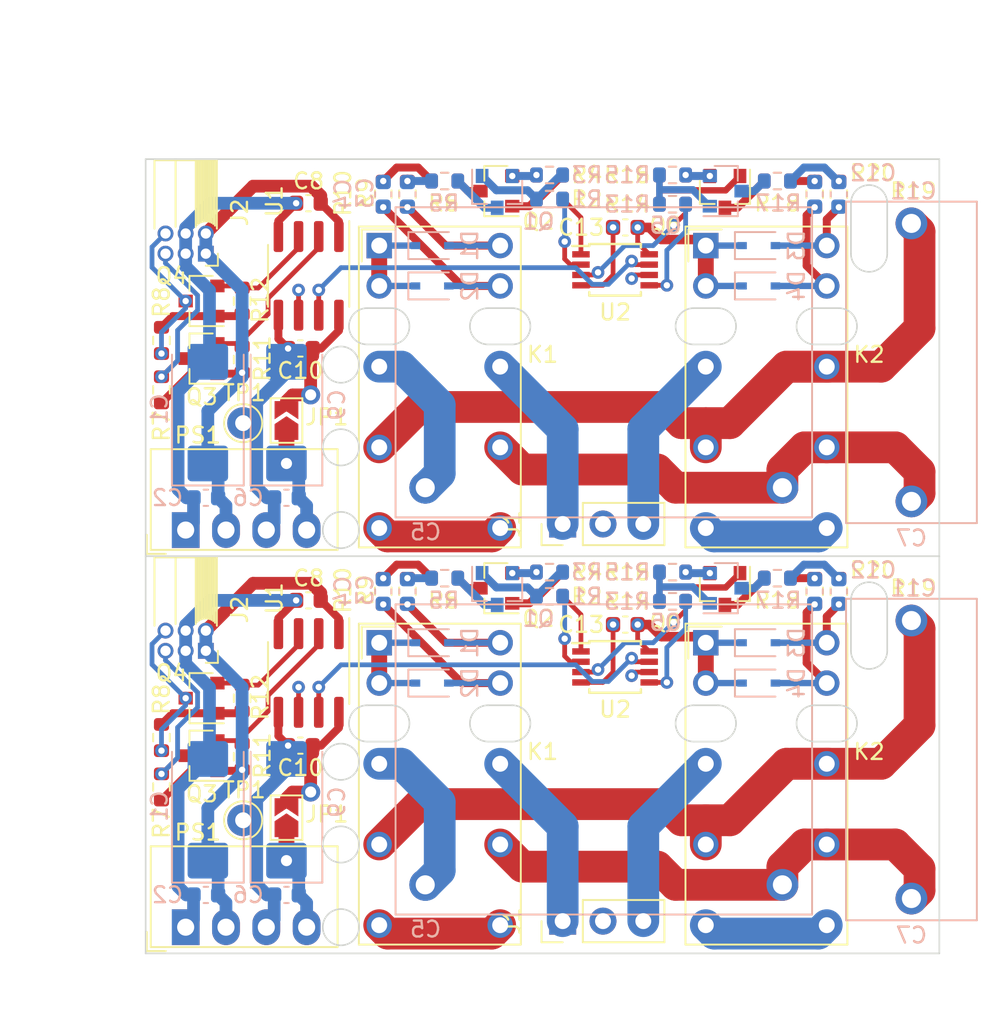
<source format=kicad_pcb>
(kicad_pcb (version 20171130) (host pcbnew "(5.1.10)-1")
  (layers (0 F.Cu signal) (1 In1.Cu signal) (2 In2.Cu signal) (31 B.Cu signal) (34 B.Paste user) (35 F.Paste user) (36 B.SilkS user) (37 F.SilkS user) (38 B.Mask user) (39 F.Mask user) (44 Edge.Cuts user))
  (net 0 "")
  (net 1 "Net-(C3-Pad2)")
  (net 2 "Net-(C3-Pad1)")
  (net 3 "Net-(C4-Pad2)")
  (net 4 "Net-(C4-Pad1)")
  (net 5 GND1)
  (net 6 +5P)
  (net 7 "Net-(C11-Pad1)")
  (net 8 GND2)
  (net 9 +5VP)
  (net 10 "Net-(J1-Pad1)")
  (net 11 /scl0)
  (net 12 /sda0)
  (net 13 "Net-(K1-Pad8)")
  (net 14 "Net-(K2-Pad8)")
  (net 15 /I2C_SDA)
  (net 16 /I2C_SCL)
  (net 17 "Net-(Q5-Pad1)")
  (net 18 "Net-(Q6-Pad1)")
  (net 19 /K1_set)
  (net 20 /K1_rst)
  (net 21 /K2_set)
  (net 22 /K2_rst)
  (net 23 "Net-(J1-Pad3)")
  (net 24 "Net-(Q5-Pad3)")
  (net 25 "Net-(Q6-Pad3)")
  (net 26 "Net-(C5-Pad2)")
  (net 27 "Net-(C5-Pad1)")
  (net 28 "Net-(C6-Pad2)")
  (net 29 "Net-(C7-Pad1)")
  (net 30 "Net-(C11-Pad2)")
  (net 31 "Net-(C12-Pad2)")
  (net 32 "Net-(C12-Pad1)")
  (net 33 "Net-(Q1-Pad3)")
  (net 34 "Net-(Q1-Pad1)")
  (net 35 "Net-(Q2-Pad3)")
  (net 36 "Net-(Q2-Pad1)")
  (net 37 "Net-(Q3-Pad2)")
  (net 38 "Net-(Q4-Pad2)")
  (module Capacitor_SMD:C_0603_1608Metric (layer B.Cu) (at 97.491 93.7165 270)
    (fp_text reference C3 (at -0.0765 2.667 270) (layer B.SilkS) (effects (justify mirror)))
    (fp_text value 10uF)
    (pad 1 smd roundrect (at -0.775 0 270) (size 0.9 0.95) (layers B.Cu B.Paste B.Mask) (net 2 "Net-(C3-Pad1)"))
    (pad 2 smd roundrect (at 0.775 0 270) (size 0.9 0.95) (layers B.Cu B.Paste B.Mask) (net 1 "Net-(C3-Pad2)"))
  )
  (module Capacitor_SMD:C_0603_1608Metric (layer B.Cu) (at 95.967 93.7165 270)
    (fp_text reference C4 (at 0 2.54 270) (layer B.SilkS) (effects (justify mirror)))
    (fp_text value 10uF)
    (pad 1 smd roundrect (at -0.775 0 270) (size 0.9 0.95) (layers B.Cu B.Paste B.Mask) (net 4 "Net-(C4-Pad1)"))
    (pad 2 smd roundrect (at 0.775 0 270) (size 0.9 0.95) (layers B.Cu B.Paste B.Mask) (net 3 "Net-(C4-Pad2)"))
  )
  (module Capacitor_SMD:C_0603_1608Metric (layer B.Cu) (at 124.669 93.7165 270)
    (fp_text reference C11 (at -0.2035 -4.699 180) (layer B.SilkS) (effects (justify mirror)))
    (fp_text value 10uF)
    (pad 1 smd roundrect (at -0.775 0 270) (size 0.9 0.95) (layers B.Cu B.Paste B.Mask) (net 7 "Net-(C11-Pad1)"))
    (pad 2 smd roundrect (at 0.775 0 270) (size 0.9 0.95) (layers B.Cu B.Paste B.Mask) (net 30 "Net-(C11-Pad2)"))
  )
  (module Capacitor_SMD:C_0603_1608Metric (layer B.Cu) (at 123.145 93.7165 270)
    (fp_text reference C12 (at -1.3465 -3.683) (layer B.SilkS) (effects (justify mirror)))
    (fp_text value 10uF)
    (pad 1 smd roundrect (at -0.775 0 270) (size 0.9 0.95) (layers B.Cu B.Paste B.Mask) (net 32 "Net-(C12-Pad1)"))
    (pad 2 smd roundrect (at 0.775 0 270) (size 0.9 0.95) (layers B.Cu B.Paste B.Mask) (net 31 "Net-(C12-Pad2)"))
  )
  (module Capacitor_Tantalum_SMD:CP_EIA-7343-43_Kemet-X_Pad2.25x2.55mm_HandSolder (layer B.Cu) (at 84.918 107.458 90)
    (fp_text reference C1 (at 0.229 -3.048 90) (layer B.SilkS) (effects (justify mirror)))
    (fp_text value 10uF)
    (pad 1 smd roundrect (at -3.2 0 90) (size 2.25 2.55) (layers B.Cu B.Paste B.Mask) (roundrect_rratio 0.1111106666666667) (net 6 +5P))
    (pad 2 smd roundrect (at 3.2 0 90) (size 2.25 2.55) (layers B.Cu B.Paste B.Mask) (roundrect_rratio 0.1111106666666667) (net 5 GND1))
  )
  (module Capacitor_SMD:C_0603_1608Metric (layer B.Cu) (at 84.791 112.817)
    (fp_text reference C2 (at -2.413 0) (layer B.SilkS) (effects (justify mirror)))
    (fp_text value 100nF)
    (pad 1 smd roundrect (at -0.775 0) (size 0.9 0.95) (layers B.Cu B.Paste B.Mask) (net 5 GND1))
    (pad 2 smd roundrect (at 0.775 0) (size 0.9 0.95) (layers B.Cu B.Paste B.Mask) (net 6 +5P))
  )
  (module Capacitor_SMD:C_0603_1608Metric (layer F.Cu) (at 111.22 95.799 180)
    (fp_text reference C13 (at 2.781 0) (layer F.SilkS))
    (fp_text value 100nF)
    (pad 1 smd roundrect (at -0.775 0 180) (size 0.9 0.95) (layers F.Cu F.Paste F.Mask) (net 9 +5VP))
    (pad 2 smd roundrect (at 0.775 0 180) (size 0.9 0.95) (layers F.Cu F.Paste F.Mask) (net 8 GND2))
  )
  (module Capacitor_SMD:C_0603_1608Metric (layer B.Cu) (at 89.871 112.817)
    (fp_text reference C6 (at -2.413 0) (layer B.SilkS) (effects (justify mirror)))
    (fp_text value 100nF)
    (pad 1 smd roundrect (at -0.775 0) (size 0.9 0.95) (layers B.Cu B.Paste B.Mask) (net 8 GND2))
    (pad 2 smd roundrect (at 0.775 0) (size 0.9 0.95) (layers B.Cu B.Paste B.Mask) (net 28 "Net-(C6-Pad2)"))
  )
  (module Modules:C_K73-17_W20.0mm_H14.5mm_T8.0mm_P17.5mm_d0.8mm (layer B.Cu) (at 129.241 95.545 270)
    (fp_text reference C7 (at 19.812 0) (layer B.SilkS) (effects (justify mirror)))
    (fp_text value 0.22uF)
    (pad 1 thru_hole circle (at 0 0 270) (size 2 2) (drill 1.2) (layers *.Cu *.Mask) (net 29 "Net-(C7-Pad1)"))
    (pad 2 thru_hole circle (at 17.5 0 270) (size 2 2) (drill 1.2) (layers *.Cu *.Mask) (net 26 "Net-(C5-Pad2)"))
  )
  (module Capacitor_Tantalum_SMD:CP_EIA-7343-43_Kemet-X_Pad2.25x2.55mm_HandSolder (layer B.Cu) (at 89.871 107.458 90)
    (fp_text reference C9 (at 0.483 3.175 90) (layer B.SilkS) (effects (justify mirror)))
    (fp_text value 100uF)
    (pad 1 smd roundrect (at -3.2 0 90) (size 2.25 2.55) (layers B.Cu B.Paste B.Mask) (roundrect_rratio 0.1111106666666667) (net 28 "Net-(C6-Pad2)"))
    (pad 2 smd roundrect (at 3.2 0 90) (size 2.25 2.55) (layers B.Cu B.Paste B.Mask) (roundrect_rratio 0.1111106666666667) (net 8 GND2))
  )
  (module Diode_SMD:D_SOD-323 (layer B.Cu) (at 99.049 96.942)
    (fp_text reference D1 (at 2.379 0 270) (layer B.SilkS) (effects (justify mirror)))
    (fp_text value 1N4148WS)
    (pad 1 smd rect (at -1.05 0) (size 0.6 0.45) (layers B.Cu B.Paste B.Mask) (net 9 +5VP))
    (pad 2 smd rect (at 1.05 0) (size 0.6 0.45) (layers B.Cu B.Paste B.Mask) (net 1 "Net-(C3-Pad2)"))
  )
  (module Diode_SMD:D_SOD-323 (layer B.Cu) (at 99.049 99.482)
    (fp_text reference D2 (at 2.379 0 270) (layer B.SilkS) (effects (justify mirror)))
    (fp_text value 1N4148WS)
    (pad 1 smd rect (at -1.05 0) (size 0.6 0.45) (layers B.Cu B.Paste B.Mask) (net 9 +5VP))
    (pad 2 smd rect (at 1.05 0) (size 0.6 0.45) (layers B.Cu B.Paste B.Mask) (net 3 "Net-(C4-Pad2)"))
  )
  (module Diode_SMD:D_SOD-323 (layer B.Cu) (at 119.623 96.942)
    (fp_text reference D3 (at 2.379 0 90) (layer B.SilkS) (effects (justify mirror)))
    (fp_text value 1N4148WS)
    (pad 1 smd rect (at -1.05 0) (size 0.6 0.45) (layers B.Cu B.Paste B.Mask) (net 9 +5VP))
    (pad 2 smd rect (at 1.05 0) (size 0.6 0.45) (layers B.Cu B.Paste B.Mask) (net 30 "Net-(C11-Pad2)"))
  )
  (module Diode_SMD:D_SOD-323 (layer B.Cu) (at 119.623 99.482)
    (fp_text reference D4 (at 2.379 0 270) (layer B.SilkS) (effects (justify mirror)))
    (fp_text value 1N4148WS)
    (pad 1 smd rect (at -1.05 0) (size 0.6 0.45) (layers B.Cu B.Paste B.Mask) (net 9 +5VP))
    (pad 2 smd rect (at 1.05 0) (size 0.6 0.45) (layers B.Cu B.Paste B.Mask) (net 31 "Net-(C12-Pad2)"))
  )
  (module Jumper:SolderJumper-2_P1.3mm_Open_TrianglePad1.0x1.5mm (layer F.Cu) (at 89.871 107.954 90)
    (fp_text reference JP1 (at 0.217 2.54 180) (layer F.SilkS))
    (fp_text value 5P_en)
    (pad 2 smd custom (at 0.725 0 90) (size 0.3 0.3) (layers F.Cu F.Mask) (net 9 +5VP) (options (clearance outline) (anchor rect)) (primitives (gr_poly (pts (xy -0.65 -0.75) (xy 0.5 -0.75) (xy 0.5 0.75) (xy -0.65 0.75) (xy -0.15 0)) (width 0))))
    (pad 1 smd custom (at -0.725 0 90) (size 0.3 0.3) (layers F.Cu F.Mask) (net 28 "Net-(C6-Pad2)") (options (clearance outline) (anchor rect)) (primitives (gr_poly (pts (xy -0.5 -0.75) (xy 0.5 -0.75) (xy 1 0) (xy 0.5 0.75) (xy -0.5 0.75)) (width 0))))
  )
  (module Modules:HFD2-005-S-L2-D (layer F.Cu) (at 95.713 96.942 270)
    (fp_text reference K1 (at 6.858 -10.287) (layer F.SilkS))
    (fp_text value HFD2_005-S-L2-D_Split)
    (pad 1 thru_hole rect (at 0 0 270) (size 1.6 1.6) (drill 1) (layers *.Cu *.Mask) (net 9 +5VP))
    (pad 2 thru_hole circle (at 2.54 0 270) (size 1.6 1.6) (drill 1) (layers *.Cu *.Mask) (net 9 +5VP))
    (pad 4 thru_hole circle (at 7.62 0 270) (size 1.6 1.6) (drill 1) (layers *.Cu *.Mask) (net 27 "Net-(C5-Pad1)"))
    (pad 6 thru_hole circle (at 12.7 0 270) (size 1.6 1.6) (drill 1) (layers *.Cu *.Mask) (net 29 "Net-(C7-Pad1)"))
    (pad 8 thru_hole circle (at 17.78 0 270) (size 1.6 1.6) (drill 1) (layers *.Cu *.Mask) (net 13 "Net-(K1-Pad8)"))
    (pad 9 thru_hole circle (at 17.78 -7.62 270) (size 1.6 1.6) (drill 1) (layers *.Cu *.Mask) (net 13 "Net-(K1-Pad8)"))
    (pad 11 thru_hole circle (at 12.7 -7.62 270) (size 1.6 1.6) (drill 1) (layers *.Cu *.Mask) (net 26 "Net-(C5-Pad2)"))
    (pad 13 thru_hole circle (at 7.62 -7.62 270) (size 1.6 1.6) (drill 1) (layers *.Cu *.Mask) (net 10 "Net-(J1-Pad1)"))
    (pad 15 thru_hole circle (at 2.54 -7.62 270) (size 1.6 1.6) (drill 1) (layers *.Cu *.Mask) (net 3 "Net-(C4-Pad2)"))
    (pad 16 thru_hole circle (at 0 -7.62 270) (size 1.6 1.6) (drill 1) (layers *.Cu *.Mask) (net 1 "Net-(C3-Pad2)"))
  )
  (module Modules:B0505S (layer F.Cu) (at 83.521 114.849 90)
    (fp_text reference PS1 (at 5.969 0.762 180) (layer F.SilkS))
    (fp_text value B0505S)
    (pad 1 thru_hole rect (at 0 0) (size 1.75 2.25) (drill 1.075) (layers *.Cu *.Mask) (net 5 GND1))
    (pad 2 thru_hole oval (at 0 2.54) (size 1.75 2.25) (drill 1.075) (layers *.Cu *.Mask) (net 6 +5P))
    (pad 3 thru_hole oval (at 0 5.08) (size 1.75 2.25) (drill 1.075) (layers *.Cu *.Mask) (net 8 GND2))
    (pad 4 thru_hole oval (at 0 7.62) (size 1.75 2.25) (drill 1.075) (layers *.Cu *.Mask) (net 28 "Net-(C6-Pad2)"))
  )
  (module Package_TO_SOT_SMD:SOT-23 (layer F.Cu) (at 84.521 104.054 180)
    (fp_text reference Q3 (at -0.016 -2.413 180) (layer F.SilkS))
    (fp_text value BSS138)
    (pad 1 smd rect (at -1 -0.95 180) (size 0.9 0.8) (layers F.Cu F.Paste F.Mask) (net 6 +5P))
    (pad 2 smd rect (at -1 0.95 180) (size 0.9 0.8) (layers F.Cu F.Paste F.Mask) (net 37 "Net-(Q3-Pad2)"))
    (pad 3 smd rect (at 1 0 180) (size 0.9 0.8) (layers F.Cu F.Paste F.Mask) (net 12 /sda0))
  )
  (module Package_TO_SOT_SMD:SOT-23 (layer F.Cu) (at 84.521 100.432 180)
    (fp_text reference Q4 (at 1.889 1.585 180) (layer F.SilkS))
    (fp_text value BSS138)
    (pad 1 smd rect (at -1 -0.95 180) (size 0.9 0.8) (layers F.Cu F.Paste F.Mask) (net 6 +5P))
    (pad 2 smd rect (at -1 0.95 180) (size 0.9 0.8) (layers F.Cu F.Paste F.Mask) (net 38 "Net-(Q4-Pad2)"))
    (pad 3 smd rect (at 1 0 180) (size 0.9 0.8) (layers F.Cu F.Paste F.Mask) (net 11 /scl0))
  )
  (module Resistor_SMD:R_0603_1608Metric (layer B.Cu) (at 99.84 92.878 180)
    (fp_text reference R5 (at 0.063 -1.397) (layer B.SilkS) (effects (justify mirror)))
    (fp_text value 47)
    (pad 1 smd roundrect (at -0.825 0 180) (size 0.8 0.95) (layers B.Cu B.Paste B.Mask) (net 33 "Net-(Q1-Pad3)"))
    (pad 2 smd roundrect (at 0.825 0 180) (size 0.8 0.95) (layers B.Cu B.Paste B.Mask) (net 2 "Net-(C3-Pad1)"))
  )
  (module Resistor_SMD:R_0603_1608Metric (layer F.Cu) (at 99.84 92.878 180)
    (fp_text reference R6 (at 0.063 -1.397 180) (layer F.SilkS))
    (fp_text value 47)
    (pad 1 smd roundrect (at -0.825 0 180) (size 0.8 0.95) (layers F.Cu F.Paste F.Mask) (net 35 "Net-(Q2-Pad3)"))
    (pad 2 smd roundrect (at 0.825 0 180) (size 0.8 0.95) (layers F.Cu F.Paste F.Mask) (net 4 "Net-(C4-Pad1)"))
  )
  (module Resistor_SMD:R_0603_1608Metric (layer B.Cu) (at 120.796 92.878)
    (fp_text reference R17 (at 0.063 1.397) (layer B.SilkS) (effects (justify mirror)))
    (fp_text value 47)
    (pad 1 smd roundrect (at -0.825 0) (size 0.8 0.95) (layers B.Cu B.Paste B.Mask) (net 24 "Net-(Q5-Pad3)"))
    (pad 2 smd roundrect (at 0.825 0) (size 0.8 0.95) (layers B.Cu B.Paste B.Mask) (net 7 "Net-(C11-Pad1)"))
  )
  (module Resistor_SMD:R_0603_1608Metric (layer F.Cu) (at 120.796 92.878)
    (fp_text reference R18 (at -0.0005 1.397 -180) (layer F.SilkS))
    (fp_text value 47)
    (pad 1 smd roundrect (at -0.825 0) (size 0.8 0.95) (layers F.Cu F.Paste F.Mask) (net 25 "Net-(Q6-Pad3)"))
    (pad 2 smd roundrect (at 0.825 0) (size 0.8 0.95) (layers F.Cu F.Paste F.Mask) (net 32 "Net-(C12-Pad1)"))
  )
  (module Resistor_SMD:R_0603_1608Metric (layer F.Cu) (at 97.491 93.704 270)
    (fp_text reference R9 (at -0.064 2.667 270) (layer F.SilkS))
    (fp_text value 820)
    (pad 1 smd roundrect (at -0.825 0 270) (size 0.8 0.95) (layers F.Cu F.Paste F.Mask) (net 2 "Net-(C3-Pad1)"))
    (pad 2 smd roundrect (at 0.825 0 270) (size 0.8 0.95) (layers F.Cu F.Paste F.Mask) (net 1 "Net-(C3-Pad2)"))
  )
  (module Resistor_SMD:R_0603_1608Metric (layer F.Cu) (at 95.967 93.704 270)
    (fp_text reference R10 (at -0.064 2.54 90) (layer F.SilkS))
    (fp_text value 820)
    (pad 1 smd roundrect (at -0.825 0 270) (size 0.8 0.95) (layers F.Cu F.Paste F.Mask) (net 4 "Net-(C4-Pad1)"))
    (pad 2 smd roundrect (at 0.825 0 270) (size 0.8 0.95) (layers F.Cu F.Paste F.Mask) (net 3 "Net-(C4-Pad2)"))
  )
  (module Resistor_SMD:R_0603_1608Metric (layer F.Cu) (at 124.669 93.704 270)
    (fp_text reference R19 (at -0.191 -4.699 180) (layer F.SilkS))
    (fp_text value 820)
    (pad 1 smd roundrect (at -0.825 0 270) (size 0.8 0.95) (layers F.Cu F.Paste F.Mask) (net 7 "Net-(C11-Pad1)"))
    (pad 2 smd roundrect (at 0.825 0 270) (size 0.8 0.95) (layers F.Cu F.Paste F.Mask) (net 30 "Net-(C11-Pad2)"))
  )
  (module Resistor_SMD:R_0603_1608Metric (layer F.Cu) (at 123.145 93.704 270)
    (fp_text reference R20 (at -1.334 -3.683) (layer F.SilkS))
    (fp_text value 820)
    (pad 1 smd roundrect (at -0.825 0 270) (size 0.8 0.95) (layers F.Cu F.Paste F.Mask) (net 32 "Net-(C12-Pad1)"))
    (pad 2 smd roundrect (at 0.825 0 270) (size 0.8 0.95) (layers F.Cu F.Paste F.Mask) (net 31 "Net-(C12-Pad2)"))
  )
  (module Resistor_SMD:R_0603_1608Metric (layer F.Cu) (at 81.997 106.022 270)
    (fp_text reference R7 (at 2.286 0 90) (layer F.SilkS))
    (fp_text value 10G)
    (pad 1 smd roundrect (at -0.825 0 270) (size 0.8 0.95) (layers F.Cu F.Paste F.Mask) (net 12 /sda0))
    (pad 2 smd roundrect (at 0.825 0 270) (size 0.8 0.95) (layers F.Cu F.Paste F.Mask) (net 6 +5P))
  )
  (module Resistor_SMD:R_0603_1608Metric (layer F.Cu) (at 81.997 102.9115 90)
    (fp_text reference R8 (at 2.413 0 90) (layer F.SilkS))
    (fp_text value 10G)
    (pad 1 smd roundrect (at -0.825 0 90) (size 0.8 0.95) (layers F.Cu F.Paste F.Mask) (net 11 /scl0))
    (pad 2 smd roundrect (at 0.825 0 90) (size 0.8 0.95) (layers F.Cu F.Paste F.Mask) (net 6 +5P))
  )
  (module Resistor_SMD:R_0603_1608Metric (layer F.Cu) (at 87.077 104.117 270)
    (fp_text reference R11 (at -0.063 -1.27 270) (layer F.SilkS))
    (fp_text value 10k)
    (pad 1 smd roundrect (at -0.825 0 270) (size 0.8 0.95) (layers F.Cu F.Paste F.Mask) (net 37 "Net-(Q3-Pad2)"))
    (pad 2 smd roundrect (at 0.825 0 270) (size 0.8 0.95) (layers F.Cu F.Paste F.Mask) (net 6 +5P))
  )
  (module Resistor_SMD:R_0603_1608Metric (layer F.Cu) (at 87.077 100.434 270)
    (fp_text reference R12 (at -0.063 -1.143 270) (layer F.SilkS))
    (fp_text value 10k)
    (pad 1 smd roundrect (at -0.825 0 270) (size 0.8 0.95) (layers F.Cu F.Paste F.Mask) (net 38 "Net-(Q4-Pad2)"))
    (pad 2 smd roundrect (at 0.825 0 270) (size 0.8 0.95) (layers F.Cu F.Paste F.Mask) (net 6 +5P))
  )
  (module TestPoint:TestPoint_THTPad_D2.0mm_Drill1.0mm (layer F.Cu) (at 87.1405 108.118)
    (fp_text reference TP1 (at 0.0635 -1.905) (layer F.SilkS))
    (fp_text value GND)
    (pad 1 thru_hole circle (at 0 0) (size 2 2) (drill 1) (layers *.Cu *.Mask) (net 8 GND2))
  )
  (module Package_SO:TSSOP-8_3x3mm_P0.65mm (layer F.Cu) (at 110.572 98.466)
    (fp_text reference U2 (at 0 2.667 180) (layer F.SilkS))
    (fp_text value PCA9536DP)
    (pad 1 smd rect (at -2.15 -0.975) (size 1.1 0.4) (layers F.Cu F.Paste F.Mask) (net 20 /K1_rst))
    (pad 2 smd rect (at -2.15 -0.325) (size 1.1 0.4) (layers F.Cu F.Paste F.Mask) (net 19 /K1_set))
    (pad 3 smd rect (at -2.15 0.325) (size 1.1 0.4) (layers F.Cu F.Paste F.Mask) (net 22 /K2_rst))
    (pad 4 smd rect (at -2.15 0.975) (size 1.1 0.4) (layers F.Cu F.Paste F.Mask) (net 8 GND2))
    (pad 5 smd rect (at 2.15 0.975) (size 1.1 0.4) (layers F.Cu F.Paste F.Mask) (net 21 /K2_set))
    (pad 6 smd rect (at 2.15 0.325) (size 1.1 0.4) (layers F.Cu F.Paste F.Mask) (net 16 /I2C_SCL))
    (pad 7 smd rect (at 2.15 -0.325) (size 1.1 0.4) (layers F.Cu F.Paste F.Mask) (net 15 /I2C_SDA))
    (pad 8 smd rect (at 2.15 -0.975) (size 1.1 0.4) (layers F.Cu F.Paste F.Mask) (net 9 +5VP))
  )
  (module Modules:PinHeader_1x03_P2.54mm (layer F.Cu) (at 107.27 114.468 90)
    (fp_text reference J1 (at 0 -3.175 270) (layer F.SilkS))
    (fp_text value Load2)
    (pad 3 thru_hole oval (at 0 5.08 90) (size 1.7 1.7) (drill 1) (layers *.Cu *.Mask) (net 23 "Net-(J1-Pad3)"))
    (pad 2 thru_hole oval (at 0 2.54 90) (size 1.7 1.7) (drill 1) (layers *.Cu *.Mask))
    (pad 1 thru_hole rect (at 0 0 90) (size 1.7 1.7) (drill 1) (layers *.Cu *.Mask) (net 10 "Net-(J1-Pad1)"))
  )
  (module Modules:HFD2-005-S-L2-D (layer F.Cu) (at 116.287 96.942 270)
    (fp_text reference K2 (at 6.858 -10.287) (layer F.SilkS))
    (fp_text value HFD2_005-S-L2-D_Split)
    (pad 16 thru_hole circle (at 0 -7.62 270) (size 1.6 1.6) (drill 1) (layers *.Cu *.Mask) (net 30 "Net-(C11-Pad2)"))
    (pad 15 thru_hole circle (at 2.54 -7.62 270) (size 1.6 1.6) (drill 1) (layers *.Cu *.Mask) (net 31 "Net-(C12-Pad2)"))
    (pad 13 thru_hole circle (at 7.62 -7.62 270) (size 1.6 1.6) (drill 1) (layers *.Cu *.Mask) (net 29 "Net-(C7-Pad1)"))
    (pad 11 thru_hole circle (at 12.7 -7.62 270) (size 1.6 1.6) (drill 1) (layers *.Cu *.Mask) (net 26 "Net-(C5-Pad2)"))
    (pad 9 thru_hole circle (at 17.78 -7.62 270) (size 1.6 1.6) (drill 1) (layers *.Cu *.Mask) (net 14 "Net-(K2-Pad8)"))
    (pad 8 thru_hole circle (at 17.78 0 270) (size 1.6 1.6) (drill 1) (layers *.Cu *.Mask) (net 14 "Net-(K2-Pad8)"))
    (pad 6 thru_hole circle (at 12.7 0 270) (size 1.6 1.6) (drill 1) (layers *.Cu *.Mask) (net 29 "Net-(C7-Pad1)"))
    (pad 4 thru_hole circle (at 7.62 0 270) (size 1.6 1.6) (drill 1) (layers *.Cu *.Mask) (net 23 "Net-(J1-Pad3)"))
    (pad 2 thru_hole circle (at 2.54 0 270) (size 1.6 1.6) (drill 1) (layers *.Cu *.Mask) (net 9 +5VP))
    (pad 1 thru_hole rect (at 0 0 270) (size 1.6 1.6) (drill 1) (layers *.Cu *.Mask) (net 9 +5VP))
  )
  (module Capacitor_SMD:C_0603_1608Metric (layer F.Cu) (at 91.255 94.275)
    (fp_text reference C8 (at 0.013 -1.397) (layer F.SilkS))
    (fp_text value 100nF)
    (pad 1 smd roundrect (at -0.775 0) (size 0.9 0.95) (layers F.Cu F.Paste F.Mask) (net 5 GND1))
    (pad 2 smd roundrect (at 0.775 0) (size 0.9 0.95) (layers F.Cu F.Paste F.Mask) (net 6 +5P))
  )
  (module Capacitor_SMD:C_0603_1608Metric (layer F.Cu) (at 90.747 103.419)
    (fp_text reference C10 (at 0 1.397) (layer F.SilkS))
    (fp_text value 100nF)
    (pad 1 smd roundrect (at -0.775 0) (size 0.9 0.95) (layers F.Cu F.Paste F.Mask) (net 8 GND2))
    (pad 2 smd roundrect (at 0.775 0) (size 0.9 0.95) (layers F.Cu F.Paste F.Mask) (net 9 +5VP))
  )
  (module Package_TO_SOT_SMD:SOT-23 (layer B.Cu) (at 103.145 93.5605 270)
    (fp_text reference Q1 (at 1.8575 -2.601 180) (layer B.SilkS) (effects (justify mirror)))
    (fp_text value 2N5551S)
    (pad 1 smd rect (at -1 0.95 270) (size 0.9 0.8) (layers B.Cu B.Paste B.Mask) (net 34 "Net-(Q1-Pad1)"))
    (pad 2 smd rect (at -1 -0.95 270) (size 0.9 0.8) (layers B.Cu B.Paste B.Mask) (net 8 GND2))
    (pad 3 smd rect (at 1 0 270) (size 0.9 0.8) (layers B.Cu B.Paste B.Mask) (net 33 "Net-(Q1-Pad3)"))
  )
  (module Package_TO_SOT_SMD:SOT-23 (layer F.Cu) (at 103.095 93.5105 180)
    (fp_text reference Q2 (at -2.651 -1.9075) (layer F.SilkS))
    (fp_text value 2N5551S)
    (pad 1 smd rect (at -1 -0.95 180) (size 0.9 0.8) (layers F.Cu F.Paste F.Mask) (net 36 "Net-(Q2-Pad1)"))
    (pad 2 smd rect (at -1 0.95 180) (size 0.9 0.8) (layers F.Cu F.Paste F.Mask) (net 8 GND2))
    (pad 3 smd rect (at 1 0 180) (size 0.9 0.8) (layers F.Cu F.Paste F.Mask) (net 35 "Net-(Q2-Pad3)"))
  )
  (module Package_TO_SOT_SMD:SOT-23 (layer B.Cu) (at 117.541 93.5105)
    (fp_text reference Q5 (at -3.794 2.1615) (layer B.SilkS) (effects (justify mirror)))
    (fp_text value 2N5551S)
    (pad 1 smd rect (at -1 0.95) (size 0.9 0.8) (layers B.Cu B.Paste B.Mask) (net 17 "Net-(Q5-Pad1)"))
    (pad 2 smd rect (at -1 -0.95) (size 0.9 0.8) (layers B.Cu B.Paste B.Mask) (net 8 GND2))
    (pad 3 smd rect (at 1 0) (size 0.9 0.8) (layers B.Cu B.Paste B.Mask) (net 24 "Net-(Q5-Pad3)"))
  )
  (module Resistor_SMD:R_0603_1608Metric (layer F.Cu) (at 114.192 92.497)
    (fp_text reference R16 (at -2.858 0 -180) (layer F.SilkS))
    (fp_text value 20k)
    (pad 1 smd roundrect (at -0.825 0) (size 0.8 0.95) (layers F.Cu F.Paste F.Mask) (net 18 "Net-(Q6-Pad1)"))
    (pad 2 smd roundrect (at 0.825 0) (size 0.8 0.95) (layers F.Cu F.Paste F.Mask) (net 8 GND2))
  )
  (module Package_SO:SOIC-8_3.9x4.9mm_P1.27mm (layer F.Cu) (at 91.268 98.847 270)
    (fp_text reference U1 (at -4.699 2.159 270) (layer F.SilkS))
    (fp_text value ADuM1251ARZ)
    (pad 1 smd roundrect (at -2.475 -1.905 270) (size 1.95 0.6) (layers F.Cu F.Paste F.Mask) (net 6 +5P))
    (pad 2 smd roundrect (at -2.475 -0.635 270) (size 1.95 0.6) (layers F.Cu F.Paste F.Mask) (net 37 "Net-(Q3-Pad2)"))
    (pad 3 smd roundrect (at -2.475 0.635 270) (size 1.95 0.6) (layers F.Cu F.Paste F.Mask) (net 38 "Net-(Q4-Pad2)"))
    (pad 4 smd roundrect (at -2.475 1.905 270) (size 1.95 0.6) (layers F.Cu F.Paste F.Mask) (net 5 GND1))
    (pad 5 smd roundrect (at 2.475 1.905 270) (size 1.95 0.6) (layers F.Cu F.Paste F.Mask) (net 8 GND2))
    (pad 6 smd roundrect (at 2.475 0.635 270) (size 1.95 0.6) (layers F.Cu F.Paste F.Mask) (net 16 /I2C_SCL))
    (pad 7 smd roundrect (at 2.475 -0.635 270) (size 1.95 0.6) (layers F.Cu F.Paste F.Mask) (net 15 /I2C_SDA))
    (pad 8 smd roundrect (at 2.475 -1.905 270) (size 1.95 0.6) (layers F.Cu F.Paste F.Mask) (net 9 +5VP))
  )
  (module Modules:C_K73-17_W26.0mm_H15.0mm_T9.0mm_P22.5mm_d0.8mm_Horiz2 (layer B.Cu) (at 98.613 112.182)
    (fp_text reference C5 (at 0.021 2.794) (layer B.SilkS) (effects (justify mirror)))
    (fp_text value 0.47uF)
    (pad 1 thru_hole circle (at 0 0) (size 2 2) (drill 1.2) (layers *.Cu *.Mask) (net 27 "Net-(C5-Pad1)"))
    (pad 2 thru_hole circle (at 22.5 0) (size 2 2) (drill 1.2) (layers *.Cu *.Mask) (net 26 "Net-(C5-Pad2)"))
  )
  (module Connector_PinSocket_1.27mm:PinSocket_2x03_P1.27mm_Horizontal (layer F.Cu) (at 84.791 97.45 270)
    (fp_text reference J2 (at -2.5925 -2.135 90) (layer F.SilkS))
    (fp_text value Dig_mod_iface)
    (pad 1 thru_hole rect (at 0 0 270) (size 1 1) (drill 0.65) (layers *.Cu *.Mask) (net 6 +5P))
    (pad 2 thru_hole oval (at -1.27 0 270) (size 1 1) (drill 0.65) (layers *.Cu *.Mask) (net 6 +5P))
    (pad 3 thru_hole oval (at 0 1.27 270) (size 1 1) (drill 0.65) (layers *.Cu *.Mask) (net 5 GND1))
    (pad 4 thru_hole oval (at -1.27 1.27 270) (size 1 1) (drill 0.65) (layers *.Cu *.Mask) (net 5 GND1))
    (pad 5 thru_hole oval (at 0 2.54 270) (size 1 1) (drill 0.65) (layers *.Cu *.Mask) (net 12 /sda0))
    (pad 6 thru_hole oval (at -1.27 2.54 270) (size 1 1) (drill 0.65) (layers *.Cu *.Mask) (net 11 /scl0))
  )
  (module Package_TO_SOT_SMD:SOT-23 (layer F.Cu) (at 117.491 93.5605 270)
    (fp_text reference Q6 (at 2.1115 3.744) (layer F.SilkS))
    (fp_text value 2N5551S)
    (pad 1 smd rect (at -1 -0.95 270) (size 0.9 0.8) (layers F.Cu F.Paste F.Mask) (net 18 "Net-(Q6-Pad1)"))
    (pad 2 smd rect (at -1 0.95 270) (size 0.9 0.8) (layers F.Cu F.Paste F.Mask) (net 8 GND2))
    (pad 3 smd rect (at 1 0 270) (size 0.9 0.8) (layers F.Cu F.Paste F.Mask) (net 25 "Net-(Q6-Pad3)"))
  )
  (module Resistor_SMD:R_0603_1608Metric (layer B.Cu) (at 106.444 94.021)
    (fp_text reference R1 (at 2.35 0) (layer B.SilkS) (effects (justify mirror)))
    (fp_text value 1k)
    (pad 1 smd roundrect (at -0.825 0) (size 0.8 0.95) (layers B.Cu B.Paste B.Mask) (net 34 "Net-(Q1-Pad1)"))
    (pad 2 smd roundrect (at 0.825 0) (size 0.8 0.95) (layers B.Cu B.Paste B.Mask) (net 19 /K1_set))
  )
  (module Resistor_SMD:R_0603_1608Metric (layer B.Cu) (at 106.444 92.497 180)
    (fp_text reference R3 (at -2.35 0) (layer B.SilkS) (effects (justify mirror)))
    (fp_text value 20k)
    (pad 1 smd roundrect (at -0.825 0 180) (size 0.8 0.95) (layers B.Cu B.Paste B.Mask) (net 34 "Net-(Q1-Pad1)"))
    (pad 2 smd roundrect (at 0.825 0 180) (size 0.8 0.95) (layers B.Cu B.Paste B.Mask) (net 8 GND2))
  )
  (module Resistor_SMD:R_0603_1608Metric (layer F.Cu) (at 106.444 94.021)
    (fp_text reference R2 (at 2.35 0) (layer F.SilkS))
    (fp_text value 1k)
    (pad 1 smd roundrect (at -0.825 0) (size 0.8 0.95) (layers F.Cu F.Paste F.Mask) (net 36 "Net-(Q2-Pad1)"))
    (pad 2 smd roundrect (at 0.825 0) (size 0.8 0.95) (layers F.Cu F.Paste F.Mask) (net 20 /K1_rst))
  )
  (module Resistor_SMD:R_0603_1608Metric (layer F.Cu) (at 106.444 92.497 180)
    (fp_text reference R4 (at -2.35 0) (layer F.SilkS))
    (fp_text value 20k)
    (pad 1 smd roundrect (at -0.825 0 180) (size 0.8 0.95) (layers F.Cu F.Paste F.Mask) (net 36 "Net-(Q2-Pad1)"))
    (pad 2 smd roundrect (at 0.825 0 180) (size 0.8 0.95) (layers F.Cu F.Paste F.Mask) (net 8 GND2))
  )
  (module Resistor_SMD:R_0603_1608Metric (layer B.Cu) (at 114.191 94.3385)
    (fp_text reference R13 (at -2.857 0) (layer B.SilkS) (effects (justify mirror)))
    (fp_text value 1k)
    (pad 1 smd roundrect (at -0.825 0) (size 0.8 0.95) (layers B.Cu B.Paste B.Mask) (net 17 "Net-(Q5-Pad1)"))
    (pad 2 smd roundrect (at 0.825 0) (size 0.8 0.95) (layers B.Cu B.Paste B.Mask) (net 21 /K2_set))
  )
  (module Resistor_SMD:R_0603_1608Metric (layer F.Cu) (at 114.191 94.3385)
    (fp_text reference R14 (at -2.857 0 -180) (layer F.SilkS))
    (fp_text value 1k)
    (pad 1 smd roundrect (at -0.825 0) (size 0.8 0.95) (layers F.Cu F.Paste F.Mask) (net 18 "Net-(Q6-Pad1)"))
    (pad 2 smd roundrect (at 0.825 0) (size 0.8 0.95) (layers F.Cu F.Paste F.Mask) (net 22 /K2_rst))
  )
  (module Resistor_SMD:R_0603_1608Metric (layer B.Cu) (at 114.192 92.497)
    (fp_text reference R15 (at -2.858 0) (layer B.SilkS) (effects (justify mirror)))
    (fp_text value 20k)
    (pad 1 smd roundrect (at -0.825 0) (size 0.8 0.95) (layers B.Cu B.Paste B.Mask) (net 17 "Net-(Q5-Pad1)"))
    (pad 2 smd roundrect (at 0.825 0) (size 0.8 0.95) (layers B.Cu B.Paste B.Mask) (net 8 GND2))
  )
  (module Connector_PinSocket_1.27mm:PinSocket_2x03_P1.27mm_Horizontal (layer F.Cu) (at 84.791 72.45 270)
    (fp_text reference J2 (at -2.5925 -2.135 90) (layer F.SilkS))
    (fp_text value Dig_mod_iface)
    (pad 6 thru_hole oval (at -1.27 2.54 270) (size 1 1) (drill 0.65) (layers *.Cu *.Mask) (net 11 /scl0))
    (pad 5 thru_hole oval (at 0 2.54 270) (size 1 1) (drill 0.65) (layers *.Cu *.Mask) (net 12 /sda0))
    (pad 4 thru_hole oval (at -1.27 1.27 270) (size 1 1) (drill 0.65) (layers *.Cu *.Mask) (net 5 GND1))
    (pad 3 thru_hole oval (at 0 1.27 270) (size 1 1) (drill 0.65) (layers *.Cu *.Mask) (net 5 GND1))
    (pad 2 thru_hole oval (at -1.27 0 270) (size 1 1) (drill 0.65) (layers *.Cu *.Mask) (net 6 +5P))
    (pad 1 thru_hole rect (at 0 0 270) (size 1 1) (drill 0.65) (layers *.Cu *.Mask) (net 6 +5P))
  )
  (module Modules:C_K73-17_W26.0mm_H15.0mm_T9.0mm_P22.5mm_d0.8mm_Horiz2 (layer B.Cu) (at 98.613 87.182)
    (fp_text reference C5 (at 0.021 2.794) (layer B.SilkS) (effects (justify mirror)))
    (fp_text value 0.47uF)
    (pad 2 thru_hole circle (at 22.5 0) (size 2 2) (drill 1.2) (layers *.Cu *.Mask) (net 26 "Net-(C5-Pad2)"))
    (pad 1 thru_hole circle (at 0 0) (size 2 2) (drill 1.2) (layers *.Cu *.Mask) (net 27 "Net-(C5-Pad1)"))
  )
  (module Package_SO:SOIC-8_3.9x4.9mm_P1.27mm (layer F.Cu) (at 91.268 73.847 270)
    (fp_text reference U1 (at -4.699 2.159 270) (layer F.SilkS))
    (fp_text value ADuM1251ARZ)
    (pad 8 smd roundrect (at 2.475 -1.905 270) (size 1.95 0.6) (layers F.Cu F.Paste F.Mask) (net 9 +5VP))
    (pad 7 smd roundrect (at 2.475 -0.635 270) (size 1.95 0.6) (layers F.Cu F.Paste F.Mask) (net 15 /I2C_SDA))
    (pad 6 smd roundrect (at 2.475 0.635 270) (size 1.95 0.6) (layers F.Cu F.Paste F.Mask) (net 16 /I2C_SCL))
    (pad 5 smd roundrect (at 2.475 1.905 270) (size 1.95 0.6) (layers F.Cu F.Paste F.Mask) (net 8 GND2))
    (pad 4 smd roundrect (at -2.475 1.905 270) (size 1.95 0.6) (layers F.Cu F.Paste F.Mask) (net 5 GND1))
    (pad 3 smd roundrect (at -2.475 0.635 270) (size 1.95 0.6) (layers F.Cu F.Paste F.Mask) (net 38 "Net-(Q4-Pad2)"))
    (pad 2 smd roundrect (at -2.475 -0.635 270) (size 1.95 0.6) (layers F.Cu F.Paste F.Mask) (net 37 "Net-(Q3-Pad2)"))
    (pad 1 smd roundrect (at -2.475 -1.905 270) (size 1.95 0.6) (layers F.Cu F.Paste F.Mask) (net 6 +5P))
  )
  (module Resistor_SMD:R_0603_1608Metric (layer F.Cu) (at 114.192 67.497)
    (fp_text reference R16 (at -2.858 0 -180) (layer F.SilkS))
    (fp_text value 20k)
    (pad 2 smd roundrect (at 0.825 0) (size 0.8 0.95) (layers F.Cu F.Paste F.Mask) (net 8 GND2))
    (pad 1 smd roundrect (at -0.825 0) (size 0.8 0.95) (layers F.Cu F.Paste F.Mask) (net 18 "Net-(Q6-Pad1)"))
  )
  (module Resistor_SMD:R_0603_1608Metric (layer B.Cu) (at 114.192 67.497)
    (fp_text reference R15 (at -2.858 0) (layer B.SilkS) (effects (justify mirror)))
    (fp_text value 20k)
    (pad 2 smd roundrect (at 0.825 0) (size 0.8 0.95) (layers B.Cu B.Paste B.Mask) (net 8 GND2))
    (pad 1 smd roundrect (at -0.825 0) (size 0.8 0.95) (layers B.Cu B.Paste B.Mask) (net 17 "Net-(Q5-Pad1)"))
  )
  (module Resistor_SMD:R_0603_1608Metric (layer F.Cu) (at 114.191 69.3385)
    (fp_text reference R14 (at -2.857 0 -180) (layer F.SilkS))
    (fp_text value 1k)
    (pad 2 smd roundrect (at 0.825 0) (size 0.8 0.95) (layers F.Cu F.Paste F.Mask) (net 22 /K2_rst))
    (pad 1 smd roundrect (at -0.825 0) (size 0.8 0.95) (layers F.Cu F.Paste F.Mask) (net 18 "Net-(Q6-Pad1)"))
  )
  (module Resistor_SMD:R_0603_1608Metric (layer B.Cu) (at 114.191 69.3385)
    (fp_text reference R13 (at -2.857 0) (layer B.SilkS) (effects (justify mirror)))
    (fp_text value 1k)
    (pad 2 smd roundrect (at 0.825 0) (size 0.8 0.95) (layers B.Cu B.Paste B.Mask) (net 21 /K2_set))
    (pad 1 smd roundrect (at -0.825 0) (size 0.8 0.95) (layers B.Cu B.Paste B.Mask) (net 17 "Net-(Q5-Pad1)"))
  )
  (module Resistor_SMD:R_0603_1608Metric (layer F.Cu) (at 106.444 67.497 180)
    (fp_text reference R4 (at -2.35 0) (layer F.SilkS))
    (fp_text value 20k)
    (pad 2 smd roundrect (at 0.825 0 180) (size 0.8 0.95) (layers F.Cu F.Paste F.Mask) (net 8 GND2))
    (pad 1 smd roundrect (at -0.825 0 180) (size 0.8 0.95) (layers F.Cu F.Paste F.Mask) (net 36 "Net-(Q2-Pad1)"))
  )
  (module Resistor_SMD:R_0603_1608Metric (layer F.Cu) (at 106.444 69.021)
    (fp_text reference R2 (at 2.35 0) (layer F.SilkS))
    (fp_text value 1k)
    (pad 2 smd roundrect (at 0.825 0) (size 0.8 0.95) (layers F.Cu F.Paste F.Mask) (net 20 /K1_rst))
    (pad 1 smd roundrect (at -0.825 0) (size 0.8 0.95) (layers F.Cu F.Paste F.Mask) (net 36 "Net-(Q2-Pad1)"))
  )
  (module Resistor_SMD:R_0603_1608Metric (layer B.Cu) (at 106.444 67.497 180)
    (fp_text reference R3 (at -2.35 0) (layer B.SilkS) (effects (justify mirror)))
    (fp_text value 20k)
    (pad 2 smd roundrect (at 0.825 0 180) (size 0.8 0.95) (layers B.Cu B.Paste B.Mask) (net 8 GND2))
    (pad 1 smd roundrect (at -0.825 0 180) (size 0.8 0.95) (layers B.Cu B.Paste B.Mask) (net 34 "Net-(Q1-Pad1)"))
  )
  (module Resistor_SMD:R_0603_1608Metric (layer B.Cu) (at 106.444 69.021)
    (fp_text reference R1 (at 2.35 0) (layer B.SilkS) (effects (justify mirror)))
    (fp_text value 1k)
    (pad 2 smd roundrect (at 0.825 0) (size 0.8 0.95) (layers B.Cu B.Paste B.Mask) (net 19 /K1_set))
    (pad 1 smd roundrect (at -0.825 0) (size 0.8 0.95) (layers B.Cu B.Paste B.Mask) (net 34 "Net-(Q1-Pad1)"))
  )
  (module Package_TO_SOT_SMD:SOT-23 (layer F.Cu) (at 117.491 68.5605 270)
    (fp_text reference Q6 (at 2.1115 3.744) (layer F.SilkS))
    (fp_text value 2N5551S)
    (pad 3 smd rect (at 1 0 270) (size 0.9 0.8) (layers F.Cu F.Paste F.Mask) (net 25 "Net-(Q6-Pad3)"))
    (pad 2 smd rect (at -1 0.95 270) (size 0.9 0.8) (layers F.Cu F.Paste F.Mask) (net 8 GND2))
    (pad 1 smd rect (at -1 -0.95 270) (size 0.9 0.8) (layers F.Cu F.Paste F.Mask) (net 18 "Net-(Q6-Pad1)"))
  )
  (module Package_TO_SOT_SMD:SOT-23 (layer B.Cu) (at 117.541 68.5105)
    (fp_text reference Q5 (at -3.794 2.1615) (layer B.SilkS) (effects (justify mirror)))
    (fp_text value 2N5551S)
    (pad 3 smd rect (at 1 0) (size 0.9 0.8) (layers B.Cu B.Paste B.Mask) (net 24 "Net-(Q5-Pad3)"))
    (pad 2 smd rect (at -1 -0.95) (size 0.9 0.8) (layers B.Cu B.Paste B.Mask) (net 8 GND2))
    (pad 1 smd rect (at -1 0.95) (size 0.9 0.8) (layers B.Cu B.Paste B.Mask) (net 17 "Net-(Q5-Pad1)"))
  )
  (module Package_TO_SOT_SMD:SOT-23 (layer F.Cu) (at 103.095 68.5105 180)
    (fp_text reference Q2 (at -2.651 -1.9075) (layer F.SilkS))
    (fp_text value 2N5551S)
    (pad 3 smd rect (at 1 0 180) (size 0.9 0.8) (layers F.Cu F.Paste F.Mask) (net 35 "Net-(Q2-Pad3)"))
    (pad 2 smd rect (at -1 0.95 180) (size 0.9 0.8) (layers F.Cu F.Paste F.Mask) (net 8 GND2))
    (pad 1 smd rect (at -1 -0.95 180) (size 0.9 0.8) (layers F.Cu F.Paste F.Mask) (net 36 "Net-(Q2-Pad1)"))
  )
  (module Package_TO_SOT_SMD:SOT-23 (layer B.Cu) (at 103.145 68.5605 270)
    (fp_text reference Q1 (at 1.8575 -2.601 180) (layer B.SilkS) (effects (justify mirror)))
    (fp_text value 2N5551S)
    (pad 3 smd rect (at 1 0 270) (size 0.9 0.8) (layers B.Cu B.Paste B.Mask) (net 33 "Net-(Q1-Pad3)"))
    (pad 2 smd rect (at -1 -0.95 270) (size 0.9 0.8) (layers B.Cu B.Paste B.Mask) (net 8 GND2))
    (pad 1 smd rect (at -1 0.95 270) (size 0.9 0.8) (layers B.Cu B.Paste B.Mask) (net 34 "Net-(Q1-Pad1)"))
  )
  (module Capacitor_SMD:C_0603_1608Metric (layer F.Cu) (at 90.747 78.419)
    (fp_text reference C10 (at 0 1.397) (layer F.SilkS))
    (fp_text value 100nF)
    (pad 2 smd roundrect (at 0.775 0) (size 0.9 0.95) (layers F.Cu F.Paste F.Mask) (net 9 +5VP))
    (pad 1 smd roundrect (at -0.775 0) (size 0.9 0.95) (layers F.Cu F.Paste F.Mask) (net 8 GND2))
  )
  (module Capacitor_SMD:C_0603_1608Metric (layer F.Cu) (at 91.255 69.275)
    (fp_text reference C8 (at 0.013 -1.397) (layer F.SilkS))
    (fp_text value 100nF)
    (pad 2 smd roundrect (at 0.775 0) (size 0.9 0.95) (layers F.Cu F.Paste F.Mask) (net 6 +5P))
    (pad 1 smd roundrect (at -0.775 0) (size 0.9 0.95) (layers F.Cu F.Paste F.Mask) (net 5 GND1))
  )
  (module Modules:HFD2-005-S-L2-D (layer F.Cu) (at 116.287 71.942 270)
    (fp_text reference K2 (at 6.858 -10.287) (layer F.SilkS))
    (fp_text value HFD2_005-S-L2-D_Split)
    (pad 1 thru_hole rect (at 0 0 270) (size 1.6 1.6) (drill 1) (layers *.Cu *.Mask) (net 9 +5VP))
    (pad 2 thru_hole circle (at 2.54 0 270) (size 1.6 1.6) (drill 1) (layers *.Cu *.Mask) (net 9 +5VP))
    (pad 4 thru_hole circle (at 7.62 0 270) (size 1.6 1.6) (drill 1) (layers *.Cu *.Mask) (net 23 "Net-(J1-Pad3)"))
    (pad 6 thru_hole circle (at 12.7 0 270) (size 1.6 1.6) (drill 1) (layers *.Cu *.Mask) (net 29 "Net-(C7-Pad1)"))
    (pad 8 thru_hole circle (at 17.78 0 270) (size 1.6 1.6) (drill 1) (layers *.Cu *.Mask) (net 14 "Net-(K2-Pad8)"))
    (pad 9 thru_hole circle (at 17.78 -7.62 270) (size 1.6 1.6) (drill 1) (layers *.Cu *.Mask) (net 14 "Net-(K2-Pad8)"))
    (pad 11 thru_hole circle (at 12.7 -7.62 270) (size 1.6 1.6) (drill 1) (layers *.Cu *.Mask) (net 26 "Net-(C5-Pad2)"))
    (pad 13 thru_hole circle (at 7.62 -7.62 270) (size 1.6 1.6) (drill 1) (layers *.Cu *.Mask) (net 29 "Net-(C7-Pad1)"))
    (pad 15 thru_hole circle (at 2.54 -7.62 270) (size 1.6 1.6) (drill 1) (layers *.Cu *.Mask) (net 31 "Net-(C12-Pad2)"))
    (pad 16 thru_hole circle (at 0 -7.62 270) (size 1.6 1.6) (drill 1) (layers *.Cu *.Mask) (net 30 "Net-(C11-Pad2)"))
  )
  (module Modules:PinHeader_1x03_P2.54mm (layer F.Cu) (at 107.27 89.468 90)
    (fp_text reference J1 (at 0 -3.175 270) (layer F.SilkS))
    (fp_text value Load2)
    (pad 1 thru_hole rect (at 0 0 90) (size 1.7 1.7) (drill 1) (layers *.Cu *.Mask) (net 10 "Net-(J1-Pad1)"))
    (pad 2 thru_hole oval (at 0 2.54 90) (size 1.7 1.7) (drill 1) (layers *.Cu *.Mask))
    (pad 3 thru_hole oval (at 0 5.08 90) (size 1.7 1.7) (drill 1) (layers *.Cu *.Mask) (net 23 "Net-(J1-Pad3)"))
  )
  (module Package_SO:TSSOP-8_3x3mm_P0.65mm (layer F.Cu) (at 110.572 73.466)
    (fp_text reference U2 (at 0 2.667 180) (layer F.SilkS))
    (fp_text value PCA9536DP)
    (pad 8 smd rect (at 2.15 -0.975) (size 1.1 0.4) (layers F.Cu F.Paste F.Mask) (net 9 +5VP))
    (pad 7 smd rect (at 2.15 -0.325) (size 1.1 0.4) (layers F.Cu F.Paste F.Mask) (net 15 /I2C_SDA))
    (pad 6 smd rect (at 2.15 0.325) (size 1.1 0.4) (layers F.Cu F.Paste F.Mask) (net 16 /I2C_SCL))
    (pad 5 smd rect (at 2.15 0.975) (size 1.1 0.4) (layers F.Cu F.Paste F.Mask) (net 21 /K2_set))
    (pad 4 smd rect (at -2.15 0.975) (size 1.1 0.4) (layers F.Cu F.Paste F.Mask) (net 8 GND2))
    (pad 3 smd rect (at -2.15 0.325) (size 1.1 0.4) (layers F.Cu F.Paste F.Mask) (net 22 /K2_rst))
    (pad 2 smd rect (at -2.15 -0.325) (size 1.1 0.4) (layers F.Cu F.Paste F.Mask) (net 19 /K1_set))
    (pad 1 smd rect (at -2.15 -0.975) (size 1.1 0.4) (layers F.Cu F.Paste F.Mask) (net 20 /K1_rst))
  )
  (module TestPoint:TestPoint_THTPad_D2.0mm_Drill1.0mm (layer F.Cu) (at 87.1405 83.118)
    (fp_text reference TP1 (at 0.0635 -1.905) (layer F.SilkS))
    (fp_text value GND)
    (pad 1 thru_hole circle (at 0 0) (size 2 2) (drill 1) (layers *.Cu *.Mask) (net 8 GND2))
  )
  (module Resistor_SMD:R_0603_1608Metric (layer F.Cu) (at 87.077 75.434 270)
    (fp_text reference R12 (at -0.063 -1.143 270) (layer F.SilkS))
    (fp_text value 10k)
    (pad 2 smd roundrect (at 0.825 0 270) (size 0.8 0.95) (layers F.Cu F.Paste F.Mask) (net 6 +5P))
    (pad 1 smd roundrect (at -0.825 0 270) (size 0.8 0.95) (layers F.Cu F.Paste F.Mask) (net 38 "Net-(Q4-Pad2)"))
  )
  (module Resistor_SMD:R_0603_1608Metric (layer F.Cu) (at 87.077 79.117 270)
    (fp_text reference R11 (at -0.063 -1.27 270) (layer F.SilkS))
    (fp_text value 10k)
    (pad 2 smd roundrect (at 0.825 0 270) (size 0.8 0.95) (layers F.Cu F.Paste F.Mask) (net 6 +5P))
    (pad 1 smd roundrect (at -0.825 0 270) (size 0.8 0.95) (layers F.Cu F.Paste F.Mask) (net 37 "Net-(Q3-Pad2)"))
  )
  (module Resistor_SMD:R_0603_1608Metric (layer F.Cu) (at 81.997 77.9115 90)
    (fp_text reference R8 (at 2.413 0 90) (layer F.SilkS))
    (fp_text value 10G)
    (pad 2 smd roundrect (at 0.825 0 90) (size 0.8 0.95) (layers F.Cu F.Paste F.Mask) (net 6 +5P))
    (pad 1 smd roundrect (at -0.825 0 90) (size 0.8 0.95) (layers F.Cu F.Paste F.Mask) (net 11 /scl0))
  )
  (module Resistor_SMD:R_0603_1608Metric (layer F.Cu) (at 81.997 81.022 270)
    (fp_text reference R7 (at 2.286 0 90) (layer F.SilkS))
    (fp_text value 10G)
    (pad 2 smd roundrect (at 0.825 0 270) (size 0.8 0.95) (layers F.Cu F.Paste F.Mask) (net 6 +5P))
    (pad 1 smd roundrect (at -0.825 0 270) (size 0.8 0.95) (layers F.Cu F.Paste F.Mask) (net 12 /sda0))
  )
  (module Resistor_SMD:R_0603_1608Metric (layer F.Cu) (at 123.145 68.704 270)
    (fp_text reference R20 (at -1.334 -3.683) (layer F.SilkS))
    (fp_text value 820)
    (pad 2 smd roundrect (at 0.825 0 270) (size 0.8 0.95) (layers F.Cu F.Paste F.Mask) (net 31 "Net-(C12-Pad2)"))
    (pad 1 smd roundrect (at -0.825 0 270) (size 0.8 0.95) (layers F.Cu F.Paste F.Mask) (net 32 "Net-(C12-Pad1)"))
  )
  (module Resistor_SMD:R_0603_1608Metric (layer F.Cu) (at 124.669 68.704 270)
    (fp_text reference R19 (at -0.191 -4.699 180) (layer F.SilkS))
    (fp_text value 820)
    (pad 2 smd roundrect (at 0.825 0 270) (size 0.8 0.95) (layers F.Cu F.Paste F.Mask) (net 30 "Net-(C11-Pad2)"))
    (pad 1 smd roundrect (at -0.825 0 270) (size 0.8 0.95) (layers F.Cu F.Paste F.Mask) (net 7 "Net-(C11-Pad1)"))
  )
  (module Resistor_SMD:R_0603_1608Metric (layer F.Cu) (at 95.967 68.704 270)
    (fp_text reference R10 (at -0.064 2.54 90) (layer F.SilkS))
    (fp_text value 820)
    (pad 2 smd roundrect (at 0.825 0 270) (size 0.8 0.95) (layers F.Cu F.Paste F.Mask) (net 3 "Net-(C4-Pad2)"))
    (pad 1 smd roundrect (at -0.825 0 270) (size 0.8 0.95) (layers F.Cu F.Paste F.Mask) (net 4 "Net-(C4-Pad1)"))
  )
  (module Resistor_SMD:R_0603_1608Metric (layer F.Cu) (at 97.491 68.704 270)
    (fp_text reference R9 (at -0.064 2.667 270) (layer F.SilkS))
    (fp_text value 820)
    (pad 2 smd roundrect (at 0.825 0 270) (size 0.8 0.95) (layers F.Cu F.Paste F.Mask) (net 1 "Net-(C3-Pad2)"))
    (pad 1 smd roundrect (at -0.825 0 270) (size 0.8 0.95) (layers F.Cu F.Paste F.Mask) (net 2 "Net-(C3-Pad1)"))
  )
  (module Resistor_SMD:R_0603_1608Metric (layer F.Cu) (at 120.796 67.878)
    (fp_text reference R18 (at -0.0005 1.397 -180) (layer F.SilkS))
    (fp_text value 47)
    (pad 2 smd roundrect (at 0.825 0) (size 0.8 0.95) (layers F.Cu F.Paste F.Mask) (net 32 "Net-(C12-Pad1)"))
    (pad 1 smd roundrect (at -0.825 0) (size 0.8 0.95) (layers F.Cu F.Paste F.Mask) (net 25 "Net-(Q6-Pad3)"))
  )
  (module Resistor_SMD:R_0603_1608Metric (layer B.Cu) (at 120.796 67.878)
    (fp_text reference R17 (at 0.063 1.397) (layer B.SilkS) (effects (justify mirror)))
    (fp_text value 47)
    (pad 2 smd roundrect (at 0.825 0) (size 0.8 0.95) (layers B.Cu B.Paste B.Mask) (net 7 "Net-(C11-Pad1)"))
    (pad 1 smd roundrect (at -0.825 0) (size 0.8 0.95) (layers B.Cu B.Paste B.Mask) (net 24 "Net-(Q5-Pad3)"))
  )
  (module Resistor_SMD:R_0603_1608Metric (layer F.Cu) (at 99.84 67.878 180)
    (fp_text reference R6 (at 0.063 -1.397 180) (layer F.SilkS))
    (fp_text value 47)
    (pad 2 smd roundrect (at 0.825 0 180) (size 0.8 0.95) (layers F.Cu F.Paste F.Mask) (net 4 "Net-(C4-Pad1)"))
    (pad 1 smd roundrect (at -0.825 0 180) (size 0.8 0.95) (layers F.Cu F.Paste F.Mask) (net 35 "Net-(Q2-Pad3)"))
  )
  (module Resistor_SMD:R_0603_1608Metric (layer B.Cu) (at 99.84 67.878 180)
    (fp_text reference R5 (at 0.063 -1.397) (layer B.SilkS) (effects (justify mirror)))
    (fp_text value 47)
    (pad 2 smd roundrect (at 0.825 0 180) (size 0.8 0.95) (layers B.Cu B.Paste B.Mask) (net 2 "Net-(C3-Pad1)"))
    (pad 1 smd roundrect (at -0.825 0 180) (size 0.8 0.95) (layers B.Cu B.Paste B.Mask) (net 33 "Net-(Q1-Pad3)"))
  )
  (module Package_TO_SOT_SMD:SOT-23 (layer F.Cu) (at 84.521 75.432 180)
    (fp_text reference Q4 (at 1.889 1.585 180) (layer F.SilkS))
    (fp_text value BSS138)
    (pad 3 smd rect (at 1 0 180) (size 0.9 0.8) (layers F.Cu F.Paste F.Mask) (net 11 /scl0))
    (pad 2 smd rect (at -1 0.95 180) (size 0.9 0.8) (layers F.Cu F.Paste F.Mask) (net 38 "Net-(Q4-Pad2)"))
    (pad 1 smd rect (at -1 -0.95 180) (size 0.9 0.8) (layers F.Cu F.Paste F.Mask) (net 6 +5P))
  )
  (module Package_TO_SOT_SMD:SOT-23 (layer F.Cu) (at 84.521 79.054 180)
    (fp_text reference Q3 (at -0.016 -2.413 180) (layer F.SilkS))
    (fp_text value BSS138)
    (pad 3 smd rect (at 1 0 180) (size 0.9 0.8) (layers F.Cu F.Paste F.Mask) (net 12 /sda0))
    (pad 2 smd rect (at -1 0.95 180) (size 0.9 0.8) (layers F.Cu F.Paste F.Mask) (net 37 "Net-(Q3-Pad2)"))
    (pad 1 smd rect (at -1 -0.95 180) (size 0.9 0.8) (layers F.Cu F.Paste F.Mask) (net 6 +5P))
  )
  (module Modules:B0505S (layer F.Cu) (at 83.521 89.849 90)
    (fp_text reference PS1 (at 5.969 0.762 180) (layer F.SilkS))
    (fp_text value B0505S)
    (pad 4 thru_hole oval (at 0 7.62) (size 1.75 2.25) (drill 1.075) (layers *.Cu *.Mask) (net 28 "Net-(C6-Pad2)"))
    (pad 3 thru_hole oval (at 0 5.08) (size 1.75 2.25) (drill 1.075) (layers *.Cu *.Mask) (net 8 GND2))
    (pad 2 thru_hole oval (at 0 2.54) (size 1.75 2.25) (drill 1.075) (layers *.Cu *.Mask) (net 6 +5P))
    (pad 1 thru_hole rect (at 0 0) (size 1.75 2.25) (drill 1.075) (layers *.Cu *.Mask) (net 5 GND1))
  )
  (module Modules:HFD2-005-S-L2-D (layer F.Cu) (at 95.713 71.942 270)
    (fp_text reference K1 (at 6.858 -10.287) (layer F.SilkS))
    (fp_text value HFD2_005-S-L2-D_Split)
    (pad 16 thru_hole circle (at 0 -7.62 270) (size 1.6 1.6) (drill 1) (layers *.Cu *.Mask) (net 1 "Net-(C3-Pad2)"))
    (pad 15 thru_hole circle (at 2.54 -7.62 270) (size 1.6 1.6) (drill 1) (layers *.Cu *.Mask) (net 3 "Net-(C4-Pad2)"))
    (pad 13 thru_hole circle (at 7.62 -7.62 270) (size 1.6 1.6) (drill 1) (layers *.Cu *.Mask) (net 10 "Net-(J1-Pad1)"))
    (pad 11 thru_hole circle (at 12.7 -7.62 270) (size 1.6 1.6) (drill 1) (layers *.Cu *.Mask) (net 26 "Net-(C5-Pad2)"))
    (pad 9 thru_hole circle (at 17.78 -7.62 270) (size 1.6 1.6) (drill 1) (layers *.Cu *.Mask) (net 13 "Net-(K1-Pad8)"))
    (pad 8 thru_hole circle (at 17.78 0 270) (size 1.6 1.6) (drill 1) (layers *.Cu *.Mask) (net 13 "Net-(K1-Pad8)"))
    (pad 6 thru_hole circle (at 12.7 0 270) (size 1.6 1.6) (drill 1) (layers *.Cu *.Mask) (net 29 "Net-(C7-Pad1)"))
    (pad 4 thru_hole circle (at 7.62 0 270) (size 1.6 1.6) (drill 1) (layers *.Cu *.Mask) (net 27 "Net-(C5-Pad1)"))
    (pad 2 thru_hole circle (at 2.54 0 270) (size 1.6 1.6) (drill 1) (layers *.Cu *.Mask) (net 9 +5VP))
    (pad 1 thru_hole rect (at 0 0 270) (size 1.6 1.6) (drill 1) (layers *.Cu *.Mask) (net 9 +5VP))
  )
  (module Jumper:SolderJumper-2_P1.3mm_Open_TrianglePad1.0x1.5mm (layer F.Cu) (at 89.871 82.954 90)
    (fp_text reference JP1 (at 0.217 2.54 180) (layer F.SilkS))
    (fp_text value 5P_en)
    (pad 1 smd custom (at -0.725 0 90) (size 0.3 0.3) (layers F.Cu F.Mask) (net 28 "Net-(C6-Pad2)") (options (clearance outline) (anchor rect)) (primitives (gr_poly (pts (xy -0.5 -0.75) (xy 0.5 -0.75) (xy 1 0) (xy 0.5 0.75) (xy -0.5 0.75)) (width 0))))
    (pad 2 smd custom (at 0.725 0 90) (size 0.3 0.3) (layers F.Cu F.Mask) (net 9 +5VP) (options (clearance outline) (anchor rect)) (primitives (gr_poly (pts (xy -0.65 -0.75) (xy 0.5 -0.75) (xy 0.5 0.75) (xy -0.65 0.75) (xy -0.15 0)) (width 0))))
  )
  (module Diode_SMD:D_SOD-323 (layer B.Cu) (at 119.623 74.482)
    (fp_text reference D4 (at 2.379 0 270) (layer B.SilkS) (effects (justify mirror)))
    (fp_text value 1N4148WS)
    (pad 2 smd rect (at 1.05 0) (size 0.6 0.45) (layers B.Cu B.Paste B.Mask) (net 31 "Net-(C12-Pad2)"))
    (pad 1 smd rect (at -1.05 0) (size 0.6 0.45) (layers B.Cu B.Paste B.Mask) (net 9 +5VP))
  )
  (module Diode_SMD:D_SOD-323 (layer B.Cu) (at 119.623 71.942)
    (fp_text reference D3 (at 2.379 0 90) (layer B.SilkS) (effects (justify mirror)))
    (fp_text value 1N4148WS)
    (pad 2 smd rect (at 1.05 0) (size 0.6 0.45) (layers B.Cu B.Paste B.Mask) (net 30 "Net-(C11-Pad2)"))
    (pad 1 smd rect (at -1.05 0) (size 0.6 0.45) (layers B.Cu B.Paste B.Mask) (net 9 +5VP))
  )
  (module Diode_SMD:D_SOD-323 (layer B.Cu) (at 99.049 74.482)
    (fp_text reference D2 (at 2.379 0 270) (layer B.SilkS) (effects (justify mirror)))
    (fp_text value 1N4148WS)
    (pad 2 smd rect (at 1.05 0) (size 0.6 0.45) (layers B.Cu B.Paste B.Mask) (net 3 "Net-(C4-Pad2)"))
    (pad 1 smd rect (at -1.05 0) (size 0.6 0.45) (layers B.Cu B.Paste B.Mask) (net 9 +5VP))
  )
  (module Diode_SMD:D_SOD-323 (layer B.Cu) (at 99.049 71.942)
    (fp_text reference D1 (at 2.379 0 270) (layer B.SilkS) (effects (justify mirror)))
    (fp_text value 1N4148WS)
    (pad 2 smd rect (at 1.05 0) (size 0.6 0.45) (layers B.Cu B.Paste B.Mask) (net 1 "Net-(C3-Pad2)"))
    (pad 1 smd rect (at -1.05 0) (size 0.6 0.45) (layers B.Cu B.Paste B.Mask) (net 9 +5VP))
  )
  (module Capacitor_Tantalum_SMD:CP_EIA-7343-43_Kemet-X_Pad2.25x2.55mm_HandSolder (layer B.Cu) (at 89.871 82.458 90)
    (fp_text reference C9 (at 0.483 3.175 90) (layer B.SilkS) (effects (justify mirror)))
    (fp_text value 100uF)
    (pad 2 smd roundrect (at 3.2 0 90) (size 2.25 2.55) (layers B.Cu B.Paste B.Mask) (roundrect_rratio 0.1111106666666667) (net 8 GND2))
    (pad 1 smd roundrect (at -3.2 0 90) (size 2.25 2.55) (layers B.Cu B.Paste B.Mask) (roundrect_rratio 0.1111106666666667) (net 28 "Net-(C6-Pad2)"))
  )
  (module Modules:C_K73-17_W20.0mm_H14.5mm_T8.0mm_P17.5mm_d0.8mm (layer B.Cu) (at 129.241 70.545 270)
    (fp_text reference C7 (at 19.812 0) (layer B.SilkS) (effects (justify mirror)))
    (fp_text value 0.22uF)
    (pad 2 thru_hole circle (at 17.5 0 270) (size 2 2) (drill 1.2) (layers *.Cu *.Mask) (net 26 "Net-(C5-Pad2)"))
    (pad 1 thru_hole circle (at 0 0 270) (size 2 2) (drill 1.2) (layers *.Cu *.Mask) (net 29 "Net-(C7-Pad1)"))
  )
  (module Capacitor_SMD:C_0603_1608Metric (layer B.Cu) (at 89.871 87.817)
    (fp_text reference C6 (at -2.413 0) (layer B.SilkS) (effects (justify mirror)))
    (fp_text value 100nF)
    (pad 2 smd roundrect (at 0.775 0) (size 0.9 0.95) (layers B.Cu B.Paste B.Mask) (net 28 "Net-(C6-Pad2)"))
    (pad 1 smd roundrect (at -0.775 0) (size 0.9 0.95) (layers B.Cu B.Paste B.Mask) (net 8 GND2))
  )
  (module Capacitor_SMD:C_0603_1608Metric (layer F.Cu) (at 111.22 70.799 180)
    (fp_text reference C13 (at 2.781 0) (layer F.SilkS))
    (fp_text value 100nF)
    (pad 2 smd roundrect (at 0.775 0 180) (size 0.9 0.95) (layers F.Cu F.Paste F.Mask) (net 8 GND2))
    (pad 1 smd roundrect (at -0.775 0 180) (size 0.9 0.95) (layers F.Cu F.Paste F.Mask) (net 9 +5VP))
  )
  (module Capacitor_SMD:C_0603_1608Metric (layer B.Cu) (at 84.791 87.817)
    (fp_text reference C2 (at -2.413 0) (layer B.SilkS) (effects (justify mirror)))
    (fp_text value 100nF)
    (pad 2 smd roundrect (at 0.775 0) (size 0.9 0.95) (layers B.Cu B.Paste B.Mask) (net 6 +5P))
    (pad 1 smd roundrect (at -0.775 0) (size 0.9 0.95) (layers B.Cu B.Paste B.Mask) (net 5 GND1))
  )
  (module Capacitor_Tantalum_SMD:CP_EIA-7343-43_Kemet-X_Pad2.25x2.55mm_HandSolder (layer B.Cu) (at 84.918 82.458 90)
    (fp_text reference C1 (at 0.229 -3.048 90) (layer B.SilkS) (effects (justify mirror)))
    (fp_text value 10uF)
    (pad 2 smd roundrect (at 3.2 0 90) (size 2.25 2.55) (layers B.Cu B.Paste B.Mask) (roundrect_rratio 0.1111106666666667) (net 5 GND1))
    (pad 1 smd roundrect (at -3.2 0 90) (size 2.25 2.55) (layers B.Cu B.Paste B.Mask) (roundrect_rratio 0.1111106666666667) (net 6 +5P))
  )
  (module Capacitor_SMD:C_0603_1608Metric (layer B.Cu) (at 123.145 68.7165 270)
    (fp_text reference C12 (at -1.3465 -3.683) (layer B.SilkS) (effects (justify mirror)))
    (fp_text value 10uF)
    (pad 2 smd roundrect (at 0.775 0 270) (size 0.9 0.95) (layers B.Cu B.Paste B.Mask) (net 31 "Net-(C12-Pad2)"))
    (pad 1 smd roundrect (at -0.775 0 270) (size 0.9 0.95) (layers B.Cu B.Paste B.Mask) (net 32 "Net-(C12-Pad1)"))
  )
  (module Capacitor_SMD:C_0603_1608Metric (layer B.Cu) (at 124.669 68.7165 270)
    (fp_text reference C11 (at -0.2035 -4.699 180) (layer B.SilkS) (effects (justify mirror)))
    (fp_text value 10uF)
    (pad 2 smd roundrect (at 0.775 0 270) (size 0.9 0.95) (layers B.Cu B.Paste B.Mask) (net 30 "Net-(C11-Pad2)"))
    (pad 1 smd roundrect (at -0.775 0 270) (size 0.9 0.95) (layers B.Cu B.Paste B.Mask) (net 7 "Net-(C11-Pad1)"))
  )
  (module Capacitor_SMD:C_0603_1608Metric (layer B.Cu) (at 95.967 68.7165 270)
    (fp_text reference C4 (at 0 2.54 270) (layer B.SilkS) (effects (justify mirror)))
    (fp_text value 10uF)
    (pad 2 smd roundrect (at 0.775 0 270) (size 0.9 0.95) (layers B.Cu B.Paste B.Mask) (net 3 "Net-(C4-Pad2)"))
    (pad 1 smd roundrect (at -0.775 0 270) (size 0.9 0.95) (layers B.Cu B.Paste B.Mask) (net 4 "Net-(C4-Pad1)"))
  )
  (module Capacitor_SMD:C_0603_1608Metric (layer B.Cu) (at 97.491 68.7165 270)
    (fp_text reference C3 (at -0.0765 2.667 270) (layer B.SilkS) (effects (justify mirror)))
    (fp_text value 10uF)
    (pad 2 smd roundrect (at 0.775 0 270) (size 0.9 0.95) (layers B.Cu B.Paste B.Mask) (net 1 "Net-(C3-Pad2)"))
    (pad 1 smd roundrect (at -0.775 0 270) (size 0.9 0.95) (layers B.Cu B.Paste B.Mask) (net 2 "Net-(C3-Pad1)"))
  )
  (gr_arc (start 126.574 97.45) (end 125.431 97.45) (angle -180) (layer Edge.Cuts) (width 0.1))
  (gr_line (start 127.717 94.275) (end 127.717 97.45) (layer Edge.Cuts) (width 0.1))
  (gr_line (start 125.431 97.45) (end 125.431 94.275) (layer Edge.Cuts) (width 0.1))
  (gr_arc (start 123.145 102.022) (end 123.145 100.879) (angle -180) (layer Edge.Cuts) (width 0.1))
  (gr_arc (start 124.669 102.022) (end 124.669 103.165) (angle -180) (layer Edge.Cuts) (width 0.1))
  (gr_line (start 123.145 100.879) (end 124.669 100.879) (layer Edge.Cuts) (width 0.1))
  (gr_line (start 123.145 103.165) (end 124.669 103.165) (layer Edge.Cuts) (width 0.1))
  (gr_line (start 115.525 100.879) (end 117.049 100.879) (layer Edge.Cuts) (width 0.1))
  (gr_line (start 115.525 103.165) (end 117.049 103.165) (layer Edge.Cuts) (width 0.1))
  (gr_arc (start 115.525 102.022) (end 115.525 100.879) (angle -180) (layer Edge.Cuts) (width 0.1))
  (gr_arc (start 117.049 102.022) (end 117.049 103.165) (angle -180) (layer Edge.Cuts) (width 0.1))
  (gr_line (start 81 91.5) (end 131 91.5) (layer Edge.Cuts) (width 0.1))
  (gr_line (start 131 91.5) (end 131 116.5) (layer Edge.Cuts) (width 0.1))
  (gr_line (start 81 116.5) (end 131 116.5) (layer Edge.Cuts) (width 0.1))
  (gr_line (start 81 91.5) (end 81 116.5) (layer Edge.Cuts) (width 0.1))
  (gr_arc (start 126.574 94.275) (end 127.717 94.275) (angle -180) (layer Edge.Cuts) (width 0.1))
  (gr_line (start 102.571 103.165) (end 104.095 103.165) (layer Edge.Cuts) (width 0.1))
  (gr_arc (start 102.571 102.022) (end 102.571 100.879) (angle -180) (layer Edge.Cuts) (width 0.1))
  (gr_arc (start 104.095 102.022) (end 104.095 103.165) (angle -180) (layer Edge.Cuts) (width 0.1))
  (gr_line (start 102.571 100.879) (end 104.095 100.879) (layer Edge.Cuts) (width 0.1))
  (gr_line (start 94.951 103.165) (end 96.475 103.165) (layer Edge.Cuts) (width 0.1))
  (gr_arc (start 94.951 102.022) (end 94.951 100.879) (angle -180) (layer Edge.Cuts) (width 0.1))
  (gr_arc (start 96.475 102.022) (end 96.475 103.165) (angle -180) (layer Edge.Cuts) (width 0.1))
  (gr_line (start 94.951 100.879) (end 96.475 100.879) (layer Edge.Cuts) (width 0.1))
  (gr_circle (center 93.3 104.435) (end 93.3 103.292) (layer Edge.Cuts) (width 0.1))
  (gr_circle (center 93.3 109.642) (end 93.3 108.499) (layer Edge.Cuts) (width 0.1))
  (gr_circle (center 93.3 114.849) (end 93.3 113.706) (layer Edge.Cuts) (width 0.1))
  (gr_circle (center 93.3 89.849) (end 93.3 88.706) (layer Edge.Cuts) (width 0.1))
  (gr_circle (center 93.3 84.642) (end 93.3 83.499) (layer Edge.Cuts) (width 0.1))
  (gr_circle (center 93.3 79.435) (end 93.3 78.292) (layer Edge.Cuts) (width 0.1))
  (gr_line (start 94.951 75.879) (end 96.475 75.879) (layer Edge.Cuts) (width 0.1))
  (gr_arc (start 96.475 77.022) (end 96.475 78.165) (angle -180) (layer Edge.Cuts) (width 0.1))
  (gr_arc (start 94.951 77.022) (end 94.951 75.879) (angle -180) (layer Edge.Cuts) (width 0.1))
  (gr_line (start 94.951 78.165) (end 96.475 78.165) (layer Edge.Cuts) (width 0.1))
  (gr_line (start 102.571 75.879) (end 104.095 75.879) (layer Edge.Cuts) (width 0.1))
  (gr_arc (start 104.095 77.022) (end 104.095 78.165) (angle -180) (layer Edge.Cuts) (width 0.1))
  (gr_arc (start 102.571 77.022) (end 102.571 75.879) (angle -180) (layer Edge.Cuts) (width 0.1))
  (gr_line (start 102.571 78.165) (end 104.095 78.165) (layer Edge.Cuts) (width 0.1))
  (gr_arc (start 117.049 77.022) (end 117.049 78.165) (angle -180) (layer Edge.Cuts) (width 0.1))
  (gr_arc (start 115.525 77.022) (end 115.525 75.879) (angle -180) (layer Edge.Cuts) (width 0.1))
  (gr_line (start 115.525 78.165) (end 117.049 78.165) (layer Edge.Cuts) (width 0.1))
  (gr_line (start 115.525 75.879) (end 117.049 75.879) (layer Edge.Cuts) (width 0.1))
  (gr_line (start 123.145 78.165) (end 124.669 78.165) (layer Edge.Cuts) (width 0.1))
  (gr_line (start 123.145 75.879) (end 124.669 75.879) (layer Edge.Cuts) (width 0.1))
  (gr_arc (start 124.669 77.022) (end 124.669 78.165) (angle -180) (layer Edge.Cuts) (width 0.1))
  (gr_arc (start 123.145 77.022) (end 123.145 75.879) (angle -180) (layer Edge.Cuts) (width 0.1))
  (gr_line (start 125.431 72.45) (end 125.431 69.275) (layer Edge.Cuts) (width 0.1))
  (gr_line (start 127.717 69.275) (end 127.717 72.45) (layer Edge.Cuts) (width 0.1))
  (gr_arc (start 126.574 72.45) (end 125.431 72.45) (angle -180) (layer Edge.Cuts) (width 0.1))
  (gr_arc (start 126.574 69.275) (end 127.717 69.275) (angle -180) (layer Edge.Cuts) (width 0.1))
  (gr_line (start 81 66.5) (end 81 91.5) (layer Edge.Cuts) (width 0.1))
  (gr_line (start 81 91.5) (end 131 91.5) (layer Edge.Cuts) (width 0.1))
  (gr_line (start 131 66.5) (end 131 91.5) (layer Edge.Cuts) (width 0.1))
  (gr_line (start 81 66.5) (end 131 66.5) (layer Edge.Cuts) (width 0.1))
  (via (at 97.491 69.529) (size 0.8) (drill 0.4) (layers F.Cu B.Cu) (net 1))
  (segment (start 100.099 71.942) (end 103.333 71.942) (width 0.4) (layer B.Cu) (net 1))
  (segment (start 99.904 71.942) (end 97.491 69.529) (width 0.5) (layer F.Cu) (net 1))
  (segment (start 103.333 71.942) (end 99.904 71.942) (width 0.5) (layer F.Cu) (net 1))
  (segment (start 100.099 96.942) (end 103.333 96.942) (width 0.4) (layer B.Cu) (net 1))
  (segment (start 99.904 96.942) (end 97.491 94.529) (width 0.5) (layer F.Cu) (net 1))
  (segment (start 103.333 96.942) (end 99.904 96.942) (width 0.5) (layer F.Cu) (net 1))
  (via (at 97.491 94.529) (size 0.8) (drill 0.4) (layers F.Cu B.Cu) (net 1))
  (via (at 97.491 67.878) (size 0.8) (drill 0.4) (layers F.Cu B.Cu) (net 2))
  (segment (start 99.015 67.878) (end 97.491 67.878) (width 0.5) (layer B.Cu) (net 2))
  (segment (start 99.015 92.878) (end 97.491 92.878) (width 0.5) (layer B.Cu) (net 2))
  (via (at 97.491 92.878) (size 0.8) (drill 0.4) (layers F.Cu B.Cu) (net 2))
  (via (at 95.967 69.529) (size 0.8) (drill 0.4) (layers F.Cu B.Cu) (net 3))
  (segment (start 100.099 74.482) (end 103.333 74.482) (width 0.4) (layer B.Cu) (net 3))
  (segment (start 100.92 74.482) (end 95.967 69.529) (width 0.5) (layer F.Cu) (net 3))
  (segment (start 103.333 74.482) (end 100.92 74.482) (width 0.5) (layer F.Cu) (net 3))
  (segment (start 100.099 99.482) (end 103.333 99.482) (width 0.4) (layer B.Cu) (net 3))
  (segment (start 100.92 99.482) (end 95.967 94.529) (width 0.5) (layer F.Cu) (net 3))
  (segment (start 103.333 99.482) (end 100.92 99.482) (width 0.5) (layer F.Cu) (net 3))
  (via (at 95.967 94.529) (size 0.8) (drill 0.4) (layers F.Cu B.Cu) (net 3))
  (via (at 95.967 67.878) (size 0.8) (drill 0.4) (layers F.Cu B.Cu) (net 4))
  (segment (start 96.818001 67.027999) (end 95.967 67.879) (width 0.5) (layer F.Cu) (net 4))
  (segment (start 98.164999 67.027999) (end 96.818001 67.027999) (width 0.5) (layer F.Cu) (net 4))
  (segment (start 99.015 67.878) (end 98.164999 67.027999) (width 0.5) (layer F.Cu) (net 4))
  (segment (start 98.164999 92.027999) (end 96.818001 92.027999) (width 0.5) (layer F.Cu) (net 4))
  (segment (start 99.015 92.878) (end 98.164999 92.027999) (width 0.5) (layer F.Cu) (net 4))
  (segment (start 96.818001 92.027999) (end 95.967 92.879) (width 0.5) (layer F.Cu) (net 4))
  (via (at 95.967 92.878) (size 0.8) (drill 0.4) (layers F.Cu B.Cu) (net 4))
  (segment (start 83.04299 81.13301) (end 84.918 79.258) (width 0.8) (layer B.Cu) (net 5))
  (segment (start 83.04299 87.29399) (end 83.04299 81.13301) (width 0.8) (layer B.Cu) (net 5))
  (segment (start 83.566 87.817) (end 83.04299 87.29399) (width 0.8) (layer B.Cu) (net 5))
  (segment (start 84.016 87.817) (end 83.566 87.817) (width 0.8) (layer B.Cu) (net 5))
  (segment (start 84.016 89.354) (end 83.521 89.849) (width 0.8) (layer B.Cu) (net 5))
  (segment (start 84.016 87.817) (end 84.016 89.354) (width 0.8) (layer B.Cu) (net 5))
  (segment (start 89.363 70.392) (end 90.48 69.275) (width 0.5) (layer F.Cu) (net 5))
  (segment (start 89.363 71.372) (end 89.363 70.392) (width 0.5) (layer F.Cu) (net 5))
  (via (at 90.48 69.275) (size 0.8) (drill 0.4) (layers F.Cu B.Cu) (net 5))
  (segment (start 83.394 72.45) (end 83.521 72.577) (width 0.3) (layer B.Cu) (net 5))
  (segment (start 83.521 71.18) (end 83.521 72.45) (width 0.8) (layer B.Cu) (net 5))
  (segment (start 83.521 70.821998) (end 83.521 71.18) (width 0.8) (layer B.Cu) (net 5))
  (segment (start 85.067998 69.275) (end 83.521 70.821998) (width 0.8) (layer B.Cu) (net 5))
  (segment (start 90.48 69.275) (end 85.067998 69.275) (width 0.8) (layer B.Cu) (net 5))
  (segment (start 85.021011 79.154989) (end 84.918 79.258) (width 0.8) (layer B.Cu) (net 5))
  (segment (start 85.021011 74.760014) (end 85.021011 79.154989) (width 0.8) (layer B.Cu) (net 5))
  (segment (start 83.521 73.260003) (end 85.021011 74.760014) (width 0.8) (layer B.Cu) (net 5))
  (segment (start 83.521 72.45) (end 83.521 73.260003) (width 0.8) (layer B.Cu) (net 5))
  (segment (start 83.04299 106.13301) (end 84.918 104.258) (width 0.8) (layer B.Cu) (net 5))
  (segment (start 83.04299 112.29399) (end 83.04299 106.13301) (width 0.8) (layer B.Cu) (net 5))
  (segment (start 83.566 112.817) (end 83.04299 112.29399) (width 0.8) (layer B.Cu) (net 5))
  (segment (start 84.016 112.817) (end 83.566 112.817) (width 0.8) (layer B.Cu) (net 5))
  (segment (start 84.016 114.354) (end 83.521 114.849) (width 0.8) (layer B.Cu) (net 5))
  (segment (start 84.016 112.817) (end 84.016 114.354) (width 0.8) (layer B.Cu) (net 5))
  (segment (start 89.363 95.392) (end 90.48 94.275) (width 0.5) (layer F.Cu) (net 5))
  (segment (start 89.363 96.372) (end 89.363 95.392) (width 0.5) (layer F.Cu) (net 5))
  (segment (start 83.394 97.45) (end 83.521 97.577) (width 0.3) (layer B.Cu) (net 5))
  (segment (start 83.521 96.18) (end 83.521 97.45) (width 0.8) (layer B.Cu) (net 5))
  (segment (start 83.521 95.821998) (end 83.521 96.18) (width 0.8) (layer B.Cu) (net 5))
  (segment (start 85.067998 94.275) (end 83.521 95.821998) (width 0.8) (layer B.Cu) (net 5))
  (segment (start 90.48 94.275) (end 85.067998 94.275) (width 0.8) (layer B.Cu) (net 5))
  (segment (start 85.021011 104.154989) (end 84.918 104.258) (width 0.8) (layer B.Cu) (net 5))
  (segment (start 85.021011 99.760014) (end 85.021011 104.154989) (width 0.8) (layer B.Cu) (net 5))
  (segment (start 83.521 98.260003) (end 85.021011 99.760014) (width 0.8) (layer B.Cu) (net 5))
  (segment (start 83.521 97.45) (end 83.521 98.260003) (width 0.8) (layer B.Cu) (net 5))
  (via (at 90.48 94.275) (size 0.8) (drill 0.4) (layers F.Cu B.Cu) (net 5))
  (segment (start 86.061 88.312) (end 85.566 87.817) (width 0.8) (layer B.Cu) (net 6))
  (segment (start 86.061 89.849) (end 86.061 88.312) (width 0.8) (layer B.Cu) (net 6))
  (segment (start 85.566 86.306) (end 84.918 85.658) (width 0.8) (layer B.Cu) (net 6))
  (segment (start 85.566 87.817) (end 85.566 86.306) (width 0.8) (layer B.Cu) (net 6))
  (segment (start 93.173 70.418) (end 92.03 69.275) (width 0.5) (layer F.Cu) (net 6))
  (segment (start 93.173 71.372) (end 93.173 70.418) (width 0.5) (layer F.Cu) (net 6))
  (segment (start 87.015 80.004) (end 87.077 79.942) (width 0.5) (layer F.Cu) (net 6))
  (segment (start 85.521 80.004) (end 87.015 80.004) (width 0.5) (layer F.Cu) (net 6))
  (segment (start 83.84 80.004) (end 81.997 81.847) (width 0.5) (layer F.Cu) (net 6))
  (segment (start 85.521 80.004) (end 83.84 80.004) (width 0.5) (layer F.Cu) (net 6))
  (segment (start 85.521 76.382) (end 86.954 76.382) (width 0.5) (layer F.Cu) (net 6))
  (segment (start 86.954 76.382) (end 87.077 76.259) (width 0.5) (layer F.Cu) (net 6))
  (segment (start 82.7015 76.382) (end 81.997 77.0865) (width 0.5) (layer F.Cu) (net 6))
  (segment (start 85.521 76.382) (end 82.7015 76.382) (width 0.5) (layer F.Cu) (net 6))
  (segment (start 87.077 80.201098) (end 87.077 79.943) (width 0.8) (layer B.Cu) (net 6))
  (segment (start 86.295088 80.98301) (end 87.077 80.201098) (width 0.8) (layer B.Cu) (net 6))
  (segment (start 84.918 82.356) (end 86.29099 80.98301) (width 0.8) (layer B.Cu) (net 6))
  (segment (start 86.29099 80.98301) (end 86.295088 80.98301) (width 0.8) (layer B.Cu) (net 6))
  (segment (start 84.918 85.658) (end 84.918 82.356) (width 0.8) (layer B.Cu) (net 6))
  (via (at 87.077 79.943) (size 0.8) (drill 0.4) (layers F.Cu B.Cu) (net 6))
  (segment (start 87.077 79.943) (end 87.077 76.26) (width 0.8) (layer B.Cu) (net 6))
  (segment (start 87.077 74.736) (end 84.791 72.45) (width 0.8) (layer B.Cu) (net 6))
  (segment (start 87.077 76.26) (end 87.077 74.736) (width 0.8) (layer B.Cu) (net 6))
  (segment (start 84.791 72.45) (end 84.791 71.18) (width 0.8) (layer B.Cu) (net 6))
  (segment (start 87.77101 68.19999) (end 84.791 71.18) (width 0.8) (layer F.Cu) (net 6))
  (segment (start 91.42999 68.19999) (end 87.77101 68.19999) (width 0.8) (layer F.Cu) (net 6))
  (segment (start 92.03 68.8) (end 91.42999 68.19999) (width 0.8) (layer F.Cu) (net 6))
  (segment (start 92.03 69.275) (end 92.03 68.8) (width 0.8) (layer F.Cu) (net 6))
  (segment (start 85.521 105.004) (end 87.015 105.004) (width 0.5) (layer F.Cu) (net 6))
  (segment (start 83.84 105.004) (end 81.997 106.847) (width 0.5) (layer F.Cu) (net 6))
  (segment (start 85.521 105.004) (end 83.84 105.004) (width 0.5) (layer F.Cu) (net 6))
  (segment (start 85.521 101.382) (end 86.954 101.382) (width 0.5) (layer F.Cu) (net 6))
  (segment (start 86.954 101.382) (end 87.077 101.259) (width 0.5) (layer F.Cu) (net 6))
  (segment (start 82.7015 101.382) (end 81.997 102.0865) (width 0.5) (layer F.Cu) (net 6))
  (segment (start 85.521 101.382) (end 82.7015 101.382) (width 0.5) (layer F.Cu) (net 6))
  (segment (start 87.077 105.201098) (end 87.077 104.943) (width 0.8) (layer B.Cu) (net 6))
  (segment (start 86.295088 105.98301) (end 87.077 105.201098) (width 0.8) (layer B.Cu) (net 6))
  (segment (start 84.918 107.356) (end 86.29099 105.98301) (width 0.8) (layer B.Cu) (net 6))
  (segment (start 86.29099 105.98301) (end 86.295088 105.98301) (width 0.8) (layer B.Cu) (net 6))
  (segment (start 84.918 110.658) (end 84.918 107.356) (width 0.8) (layer B.Cu) (net 6))
  (segment (start 87.077 104.943) (end 87.077 101.26) (width 0.8) (layer B.Cu) (net 6))
  (segment (start 87.077 99.736) (end 84.791 97.45) (width 0.8) (layer B.Cu) (net 6))
  (segment (start 87.077 101.26) (end 87.077 99.736) (width 0.8) (layer B.Cu) (net 6))
  (segment (start 84.791 97.45) (end 84.791 96.18) (width 0.8) (layer B.Cu) (net 6))
  (segment (start 87.77101 93.19999) (end 84.791 96.18) (width 0.8) (layer F.Cu) (net 6))
  (segment (start 91.42999 93.19999) (end 87.77101 93.19999) (width 0.8) (layer F.Cu) (net 6))
  (segment (start 92.03 93.8) (end 91.42999 93.19999) (width 0.8) (layer F.Cu) (net 6))
  (segment (start 92.03 94.275) (end 92.03 93.8) (width 0.8) (layer F.Cu) (net 6))
  (segment (start 86.061 113.312) (end 85.566 112.817) (width 0.8) (layer B.Cu) (net 6))
  (segment (start 86.061 114.849) (end 86.061 113.312) (width 0.8) (layer B.Cu) (net 6))
  (segment (start 85.566 111.306) (end 84.918 110.658) (width 0.8) (layer B.Cu) (net 6))
  (segment (start 85.566 112.817) (end 85.566 111.306) (width 0.8) (layer B.Cu) (net 6))
  (segment (start 93.173 95.418) (end 92.03 94.275) (width 0.5) (layer F.Cu) (net 6))
  (segment (start 93.173 96.372) (end 93.173 95.418) (width 0.5) (layer F.Cu) (net 6))
  (segment (start 87.015 105.004) (end 87.077 104.942) (width 0.5) (layer F.Cu) (net 6))
  (via (at 87.077 104.943) (size 0.8) (drill 0.4) (layers F.Cu B.Cu) (net 6))
  (via (at 124.669 67.878) (size 0.8) (drill 0.4) (layers F.Cu B.Cu) (net 7))
  (segment (start 122.471001 67.027999) (end 121.621 67.878) (width 0.5) (layer B.Cu) (net 7))
  (segment (start 123.755499 67.027999) (end 122.471001 67.027999) (width 0.5) (layer B.Cu) (net 7))
  (segment (start 124.669 67.9415) (end 123.755499 67.027999) (width 0.5) (layer B.Cu) (net 7))
  (segment (start 122.471001 92.027999) (end 121.621 92.878) (width 0.5) (layer B.Cu) (net 7))
  (segment (start 123.755499 92.027999) (end 122.471001 92.027999) (width 0.5) (layer B.Cu) (net 7))
  (segment (start 124.669 92.9415) (end 123.755499 92.027999) (width 0.5) (layer B.Cu) (net 7))
  (via (at 124.669 92.878) (size 0.8) (drill 0.4) (layers F.Cu B.Cu) (net 7))
  (via (at 110.445 70.799) (size 0.8) (drill 0.4) (layers F.Cu B.Cu) (net 8))
  (via (at 105.619 67.497) (size 0.8) (drill 0.4) (layers F.Cu B.Cu) (net 8))
  (via (at 115.017 67.497) (size 0.8) (drill 0.4) (layers F.Cu B.Cu) (net 8))
  (via (at 104.095 67.5605) (size 0.8) (drill 0.4) (layers F.Cu B.Cu) (net 8))
  (via (at 116.541 67.5605) (size 0.8) (drill 0.4) (layers F.Cu B.Cu) (net 8))
  (segment (start 89.096 89.354) (end 88.601 89.849) (width 0.8) (layer B.Cu) (net 8))
  (segment (start 89.096 87.817) (end 89.096 89.354) (width 0.8) (layer B.Cu) (net 8))
  (segment (start 115.0805 67.5605) (end 115.017 67.497) (width 0.5) (layer B.Cu) (net 8))
  (segment (start 116.541 67.5605) (end 115.0805 67.5605) (width 0.5) (layer B.Cu) (net 8))
  (segment (start 105.5555 67.5605) (end 105.619 67.497) (width 0.5) (layer B.Cu) (net 8))
  (segment (start 104.095 67.5605) (end 105.5555 67.5605) (width 0.5) (layer B.Cu) (net 8))
  (segment (start 89.871 79.258) (end 89.871 79.258) (width 0.8) (layer B.Cu) (net 8))
  (via (at 89.972032 78.419) (size 0.8) (drill 0.4) (layers F.Cu B.Cu) (net 8))
  (segment (start 89.363 77.809968) (end 89.972032 78.419) (width 0.5) (layer F.Cu) (net 8))
  (segment (start 89.363 76.322) (end 89.363 77.809968) (width 0.5) (layer F.Cu) (net 8))
  (segment (start 89.972032 79.156968) (end 89.871 79.258) (width 0.8) (layer B.Cu) (net 8))
  (segment (start 89.972032 78.419) (end 89.972032 79.156968) (width 0.8) (layer B.Cu) (net 8))
  (segment (start 110.445 73.793157) (end 110.445 70.799) (width 0.3) (layer F.Cu) (net 8))
  (segment (start 109.797157 74.441) (end 110.445 73.793157) (width 0.3) (layer F.Cu) (net 8))
  (segment (start 108.422 74.441) (end 109.797157 74.441) (width 0.3) (layer F.Cu) (net 8))
  (segment (start 88.646 87.817) (end 87.99599 87.16699) (width 0.8) (layer B.Cu) (net 8))
  (segment (start 89.096 87.817) (end 88.646 87.817) (width 0.8) (layer B.Cu) (net 8))
  (segment (start 87.966 83.118) (end 87.99599 83.14799) (width 0.8) (layer B.Cu) (net 8))
  (segment (start 87.1405 83.118) (end 87.966 83.118) (width 0.8) (layer B.Cu) (net 8))
  (segment (start 87.99599 87.16699) (end 87.99599 83.14799) (width 0.8) (layer B.Cu) (net 8))
  (segment (start 89.871 79.943) (end 89.871 79.258) (width 0.8) (layer B.Cu) (net 8))
  (segment (start 87.99599 81.81801) (end 89.871 79.943) (width 0.8) (layer B.Cu) (net 8))
  (segment (start 87.99599 83.14799) (end 87.99599 81.81801) (width 0.8) (layer B.Cu) (net 8))
  (segment (start 89.096 114.354) (end 88.601 114.849) (width 0.8) (layer B.Cu) (net 8))
  (segment (start 89.096 112.817) (end 89.096 114.354) (width 0.8) (layer B.Cu) (net 8))
  (segment (start 115.0805 92.5605) (end 115.017 92.497) (width 0.5) (layer B.Cu) (net 8))
  (via (at 110.445 95.799) (size 0.8) (drill 0.4) (layers F.Cu B.Cu) (net 8))
  (via (at 105.619 92.497) (size 0.8) (drill 0.4) (layers F.Cu B.Cu) (net 8))
  (via (at 115.017 92.497) (size 0.8) (drill 0.4) (layers F.Cu B.Cu) (net 8))
  (via (at 104.095 92.5605) (size 0.8) (drill 0.4) (layers F.Cu B.Cu) (net 8))
  (via (at 116.541 92.5605) (size 0.8) (drill 0.4) (layers F.Cu B.Cu) (net 8))
  (via (at 89.972032 103.419) (size 0.8) (drill 0.4) (layers F.Cu B.Cu) (net 8))
  (segment (start 116.541 92.5605) (end 115.0805 92.5605) (width 0.5) (layer B.Cu) (net 8))
  (segment (start 105.5555 92.5605) (end 105.619 92.497) (width 0.5) (layer B.Cu) (net 8))
  (segment (start 104.095 92.5605) (end 105.5555 92.5605) (width 0.5) (layer B.Cu) (net 8))
  (segment (start 89.871 104.258) (end 89.871 104.258) (width 0.8) (layer B.Cu) (net 8))
  (segment (start 89.363 102.809968) (end 89.972032 103.419) (width 0.5) (layer F.Cu) (net 8))
  (segment (start 89.363 101.322) (end 89.363 102.809968) (width 0.5) (layer F.Cu) (net 8))
  (segment (start 89.972032 104.156968) (end 89.871 104.258) (width 0.8) (layer B.Cu) (net 8))
  (segment (start 89.972032 103.419) (end 89.972032 104.156968) (width 0.8) (layer B.Cu) (net 8))
  (segment (start 110.445 98.793157) (end 110.445 95.799) (width 0.3) (layer F.Cu) (net 8))
  (segment (start 109.797157 99.441) (end 110.445 98.793157) (width 0.3) (layer F.Cu) (net 8))
  (segment (start 108.422 99.441) (end 109.797157 99.441) (width 0.3) (layer F.Cu) (net 8))
  (segment (start 88.646 112.817) (end 87.99599 112.16699) (width 0.8) (layer B.Cu) (net 8))
  (segment (start 89.096 112.817) (end 88.646 112.817) (width 0.8) (layer B.Cu) (net 8))
  (segment (start 87.966 108.118) (end 87.99599 108.14799) (width 0.8) (layer B.Cu) (net 8))
  (segment (start 87.1405 108.118) (end 87.966 108.118) (width 0.8) (layer B.Cu) (net 8))
  (segment (start 87.99599 112.16699) (end 87.99599 108.14799) (width 0.8) (layer B.Cu) (net 8))
  (segment (start 89.871 104.943) (end 89.871 104.258) (width 0.8) (layer B.Cu) (net 8))
  (segment (start 87.99599 106.81801) (end 89.871 104.943) (width 0.8) (layer B.Cu) (net 8))
  (segment (start 87.99599 108.14799) (end 87.99599 106.81801) (width 0.8) (layer B.Cu) (net 8))
  (segment (start 116.287 71.942) (end 116.287 74.482) (width 1) (layer F.Cu) (net 9))
  (segment (start 95.713 71.942) (end 95.713 74.482) (width 1) (layer F.Cu) (net 9))
  (segment (start 118.573 74.482) (end 116.287 74.482) (width 0.4) (layer B.Cu) (net 9))
  (segment (start 118.573 71.942) (end 116.287 71.942) (width 0.4) (layer B.Cu) (net 9))
  (segment (start 97.999 71.942) (end 95.713 71.942) (width 0.4) (layer B.Cu) (net 9))
  (segment (start 97.999 74.482) (end 95.713 74.482) (width 0.4) (layer B.Cu) (net 9))
  (segment (start 89.871 81.721) (end 89.871 82.229) (width 0.3) (layer F.Cu) (net 9))
  (segment (start 115.906 71.561) (end 116.287 71.942) (width 0.6) (layer F.Cu) (net 9))
  (segment (start 113.493 71.561) (end 115.906 71.561) (width 0.6) (layer F.Cu) (net 9))
  (segment (start 112.731 70.799) (end 113.493 71.561) (width 0.6) (layer F.Cu) (net 9))
  (segment (start 111.995 70.799) (end 111.995 70.799) (width 0.6) (layer F.Cu) (net 9))
  (segment (start 92.051 78.419) (end 91.522 78.419) (width 0.5) (layer F.Cu) (net 9))
  (segment (start 93.173 77.297) (end 92.051 78.419) (width 0.5) (layer F.Cu) (net 9))
  (segment (start 93.173 76.322) (end 93.173 77.297) (width 0.5) (layer F.Cu) (net 9))
  (segment (start 111.995 71.764) (end 112.722 72.491) (width 0.3) (layer F.Cu) (net 9))
  (segment (start 111.995 70.799) (end 111.995 71.764) (width 0.3) (layer F.Cu) (net 9))
  (segment (start 111.995 70.799) (end 112.731 70.799) (width 0.6) (layer F.Cu) (net 9))
  (via (at 111.995 70.799) (size 0.8) (drill 0.4) (layers F.Cu B.Cu) (net 9))
  (via (at 91.395006 81.34) (size 1.2) (drill 0.7) (layers F.Cu B.Cu) (net 9))
  (segment (start 91.522 78.419) (end 91.522 78.894) (width 0.8) (layer F.Cu) (net 9))
  (segment (start 89.871 81.721) (end 90.252 81.34) (width 0.8) (layer F.Cu) (net 9))
  (segment (start 90.252 81.34) (end 91.395006 81.34) (width 0.8) (layer F.Cu) (net 9))
  (segment (start 91.522 78.894) (end 91.395006 79.020994) (width 0.8) (layer F.Cu) (net 9))
  (segment (start 91.395006 79.020994) (end 91.395006 81.34) (width 0.8) (layer F.Cu) (net 9))
  (via (at 111.995 95.799) (size 0.8) (drill 0.4) (layers F.Cu B.Cu) (net 9))
  (via (at 91.395006 106.34) (size 1.2) (drill 0.7) (layers F.Cu B.Cu) (net 9))
  (segment (start 116.287 96.942) (end 116.287 99.482) (width 1) (layer F.Cu) (net 9))
  (segment (start 95.713 96.942) (end 95.713 99.482) (width 1) (layer F.Cu) (net 9))
  (segment (start 118.573 99.482) (end 116.287 99.482) (width 0.4) (layer B.Cu) (net 9))
  (segment (start 118.573 96.942) (end 116.287 96.942) (width 0.4) (layer B.Cu) (net 9))
  (segment (start 97.999 96.942) (end 95.713 96.942) (width 0.4) (layer B.Cu) (net 9))
  (segment (start 97.999 99.482) (end 95.713 99.482) (width 0.4) (layer B.Cu) (net 9))
  (segment (start 89.871 106.721) (end 89.871 107.229) (width 0.3) (layer F.Cu) (net 9))
  (segment (start 115.906 96.561) (end 116.287 96.942) (width 0.6) (layer F.Cu) (net 9))
  (segment (start 113.493 96.561) (end 115.906 96.561) (width 0.6) (layer F.Cu) (net 9))
  (segment (start 112.731 95.799) (end 113.493 96.561) (width 0.6) (layer F.Cu) (net 9))
  (segment (start 111.995 95.799) (end 111.995 95.799) (width 0.6) (layer F.Cu) (net 9))
  (segment (start 92.051 103.419) (end 91.522 103.419) (width 0.5) (layer F.Cu) (net 9))
  (segment (start 93.173 102.297) (end 92.051 103.419) (width 0.5) (layer F.Cu) (net 9))
  (segment (start 93.173 101.322) (end 93.173 102.297) (width 0.5) (layer F.Cu) (net 9))
  (segment (start 111.995 96.764) (end 112.722 97.491) (width 0.3) (layer F.Cu) (net 9))
  (segment (start 111.995 95.799) (end 111.995 96.764) (width 0.3) (layer F.Cu) (net 9))
  (segment (start 111.995 95.799) (end 112.731 95.799) (width 0.6) (layer F.Cu) (net 9))
  (segment (start 91.522 103.419) (end 91.522 103.894) (width 0.8) (layer F.Cu) (net 9))
  (segment (start 89.871 106.721) (end 90.252 106.34) (width 0.8) (layer F.Cu) (net 9))
  (segment (start 90.252 106.34) (end 91.395006 106.34) (width 0.8) (layer F.Cu) (net 9))
  (segment (start 91.522 103.894) (end 91.395006 104.020994) (width 0.8) (layer F.Cu) (net 9))
  (segment (start 91.395006 104.020994) (end 91.395006 106.34) (width 0.8) (layer F.Cu) (net 9))
  (segment (start 107.27 83.499) (end 103.333 79.562) (width 2) (layer B.Cu) (net 10))
  (segment (start 107.27 89.468) (end 107.27 83.499) (width 2) (layer B.Cu) (net 10))
  (segment (start 107.27 108.499) (end 103.333 104.562) (width 2) (layer B.Cu) (net 10))
  (segment (start 107.27 114.468) (end 107.27 108.499) (width 2) (layer B.Cu) (net 10))
  (via (at 83.521 75.432) (size 0.8) (drill 0.4) (layers F.Cu B.Cu) (net 11))
  (via (at 81.997 78.7365) (size 0.8) (drill 0.4) (layers F.Cu B.Cu) (net 11))
  (segment (start 81.997 77.403) (end 81.997 78.7365) (width 0.3) (layer B.Cu) (net 11))
  (segment (start 83.521 75.879) (end 81.997 77.403) (width 0.3) (layer B.Cu) (net 11))
  (segment (start 83.521 75.432) (end 83.521 75.879) (width 0.3) (layer B.Cu) (net 11))
  (segment (start 81.400999 73.311999) (end 81.400999 72.030001) (width 0.3) (layer B.Cu) (net 11))
  (segment (start 83.521 75.432) (end 81.400999 73.311999) (width 0.3) (layer B.Cu) (net 11))
  (segment (start 81.400999 72.030001) (end 82.251 71.18) (width 0.3) (layer B.Cu) (net 11))
  (via (at 83.521 100.432) (size 0.8) (drill 0.4) (layers F.Cu B.Cu) (net 11))
  (via (at 81.997 103.7365) (size 0.8) (drill 0.4) (layers F.Cu B.Cu) (net 11))
  (segment (start 81.997 102.403) (end 81.997 103.7365) (width 0.3) (layer B.Cu) (net 11))
  (segment (start 83.521 100.879) (end 81.997 102.403) (width 0.3) (layer B.Cu) (net 11))
  (segment (start 83.521 100.432) (end 83.521 100.879) (width 0.3) (layer B.Cu) (net 11))
  (segment (start 81.400999 98.311999) (end 81.400999 97.030001) (width 0.3) (layer B.Cu) (net 11))
  (segment (start 83.521 100.432) (end 81.400999 98.311999) (width 0.3) (layer B.Cu) (net 11))
  (segment (start 81.400999 97.030001) (end 82.251 96.18) (width 0.3) (layer B.Cu) (net 11))
  (via (at 81.997 80.197) (size 0.8) (drill 0.4) (layers F.Cu B.Cu) (net 12))
  (segment (start 83.521 79.054) (end 83.14 79.054) (width 0.3) (layer F.Cu) (net 12))
  (segment (start 83.14 79.054) (end 81.997 80.197) (width 0.3) (layer F.Cu) (net 12))
  (segment (start 81.997 80.197) (end 83.013 79.181) (width 0.3) (layer B.Cu) (net 12))
  (segment (start 84.271001 75.070678) (end 82.251 73.050677) (width 0.3) (layer B.Cu) (net 12))
  (segment (start 84.271001 76.017999) (end 84.271001 75.070678) (width 0.3) (layer B.Cu) (net 12))
  (segment (start 83.013 77.276) (end 84.271001 76.017999) (width 0.3) (layer B.Cu) (net 12))
  (segment (start 82.251 73.050677) (end 82.251 72.45) (width 0.3) (layer B.Cu) (net 12))
  (segment (start 83.013 79.181) (end 83.013 77.276) (width 0.3) (layer B.Cu) (net 12))
  (via (at 81.997 105.197) (size 0.8) (drill 0.4) (layers F.Cu B.Cu) (net 12))
  (segment (start 83.521 104.054) (end 83.14 104.054) (width 0.3) (layer F.Cu) (net 12))
  (segment (start 83.14 104.054) (end 81.997 105.197) (width 0.3) (layer F.Cu) (net 12))
  (segment (start 81.997 105.197) (end 83.013 104.181) (width 0.3) (layer B.Cu) (net 12))
  (segment (start 84.271001 100.070678) (end 82.251 98.050677) (width 0.3) (layer B.Cu) (net 12))
  (segment (start 84.271001 101.017999) (end 84.271001 100.070678) (width 0.3) (layer B.Cu) (net 12))
  (segment (start 83.013 102.276) (end 84.271001 101.017999) (width 0.3) (layer B.Cu) (net 12))
  (segment (start 82.251 98.050677) (end 82.251 97.45) (width 0.3) (layer B.Cu) (net 12))
  (segment (start 83.013 104.181) (end 83.013 102.276) (width 0.3) (layer B.Cu) (net 12))
  (segment (start 102.80501 90.24999) (end 103.333 89.722) (width 2) (layer F.Cu) (net 13))
  (segment (start 96.24099 90.24999) (end 102.80501 90.24999) (width 2) (layer F.Cu) (net 13))
  (segment (start 95.713 89.722) (end 96.24099 90.24999) (width 2) (layer F.Cu) (net 13))
  (segment (start 102.80501 115.24999) (end 103.333 114.722) (width 2) (layer F.Cu) (net 13))
  (segment (start 96.24099 115.24999) (end 102.80501 115.24999) (width 2) (layer F.Cu) (net 13))
  (segment (start 95.713 114.722) (end 96.24099 115.24999) (width 2) (layer F.Cu) (net 13))
  (segment (start 123.37901 90.24999) (end 123.907 89.722) (width 2) (layer B.Cu) (net 14))
  (segment (start 116.81499 90.24999) (end 123.37901 90.24999) (width 2) (layer B.Cu) (net 14))
  (segment (start 116.287 89.722) (end 116.81499 90.24999) (width 2) (layer B.Cu) (net 14))
  (segment (start 123.37901 115.24999) (end 123.907 114.722) (width 2) (layer B.Cu) (net 14))
  (segment (start 116.81499 115.24999) (end 123.37901 115.24999) (width 2) (layer B.Cu) (net 14))
  (segment (start 116.287 114.722) (end 116.81499 115.24999) (width 2) (layer B.Cu) (net 14))
  (via (at 111.615886 72.916284) (size 0.8) (drill 0.4) (layers F.Cu B.Cu) (net 15))
  (segment (start 112.722 73.141) (end 111.840602 73.141) (width 0.3) (layer F.Cu) (net 15))
  (segment (start 111.840602 73.141) (end 111.615886 72.916284) (width 0.3) (layer F.Cu) (net 15))
  (via (at 91.903 74.736) (size 0.8) (drill 0.4) (layers F.Cu B.Cu) (net 15))
  (segment (start 91.903 76.322) (end 91.903 74.736) (width 0.3) (layer F.Cu) (net 15))
  (segment (start 110.151437 74.380733) (end 111.615886 72.916284) (width 0.3) (layer B.Cu) (net 15))
  (segment (start 108.088688 73.331999) (end 109.137422 74.380733) (width 0.3) (layer B.Cu) (net 15))
  (segment (start 93.307001 73.331999) (end 108.088688 73.331999) (width 0.3) (layer B.Cu) (net 15))
  (segment (start 109.137422 74.380733) (end 110.151437 74.380733) (width 0.3) (layer B.Cu) (net 15))
  (segment (start 91.903 74.736) (end 93.307001 73.331999) (width 0.3) (layer B.Cu) (net 15))
  (via (at 111.615886 97.916284) (size 0.8) (drill 0.4) (layers F.Cu B.Cu) (net 15))
  (segment (start 112.722 98.141) (end 111.840602 98.141) (width 0.3) (layer F.Cu) (net 15))
  (segment (start 111.840602 98.141) (end 111.615886 97.916284) (width 0.3) (layer F.Cu) (net 15))
  (via (at 91.903 99.736) (size 0.8) (drill 0.4) (layers F.Cu B.Cu) (net 15))
  (segment (start 91.903 101.322) (end 91.903 99.736) (width 0.3) (layer F.Cu) (net 15))
  (segment (start 110.151437 99.380733) (end 111.615886 97.916284) (width 0.3) (layer B.Cu) (net 15))
  (segment (start 108.088688 98.331999) (end 109.137422 99.380733) (width 0.3) (layer B.Cu) (net 15))
  (segment (start 93.307001 98.331999) (end 108.088688 98.331999) (width 0.3) (layer B.Cu) (net 15))
  (segment (start 109.137422 99.380733) (end 110.151437 99.380733) (width 0.3) (layer B.Cu) (net 15))
  (segment (start 91.903 99.736) (end 93.307001 98.331999) (width 0.3) (layer B.Cu) (net 15))
  (via (at 111.615814 74.015892) (size 0.8) (drill 0.4) (layers F.Cu B.Cu) (net 16))
  (segment (start 112.722 73.791) (end 111.840706 73.791) (width 0.3) (layer F.Cu) (net 16))
  (segment (start 111.840706 73.791) (end 111.615814 74.015892) (width 0.3) (layer F.Cu) (net 16))
  (via (at 90.633 74.736) (size 0.8) (drill 0.4) (layers F.Cu B.Cu) (net 16))
  (segment (start 90.633 76.322) (end 90.633 74.736) (width 0.3) (layer F.Cu) (net 16))
  (via (at 111.615814 99.015892) (size 0.8) (drill 0.4) (layers F.Cu B.Cu) (net 16))
  (via (at 90.633 99.736) (size 0.8) (drill 0.4) (layers F.Cu B.Cu) (net 16))
  (segment (start 112.722 98.791) (end 111.840706 98.791) (width 0.3) (layer F.Cu) (net 16))
  (segment (start 111.840706 98.791) (end 111.615814 99.015892) (width 0.3) (layer F.Cu) (net 16))
  (segment (start 90.633 101.322) (end 90.633 99.736) (width 0.3) (layer F.Cu) (net 16))
  (segment (start 113.367 68.512) (end 113.367 69.3375) (width 0.4) (layer B.Cu) (net 17))
  (segment (start 113.44549 68.39999) (end 113.367 68.3215) (width 0.4) (layer B.Cu) (net 17))
  (segment (start 115.48049 68.39999) (end 113.44549 68.39999) (width 0.4) (layer B.Cu) (net 17))
  (segment (start 116.541 69.4605) (end 115.48049 68.39999) (width 0.4) (layer B.Cu) (net 17))
  (segment (start 113.367 68.3215) (end 113.367 68.512) (width 0.4) (layer B.Cu) (net 17))
  (segment (start 113.367 67.497) (end 113.367 68.3215) (width 0.4) (layer B.Cu) (net 17))
  (segment (start 113.367 69.3375) (end 113.366 69.3385) (width 0.4) (layer B.Cu) (net 17))
  (segment (start 115.451544 68.4505) (end 113.367 68.4505) (width 0.4) (layer B.Cu) (net 17))
  (segment (start 116.461544 69.4605) (end 115.451544 68.4505) (width 0.4) (layer B.Cu) (net 17))
  (segment (start 116.541 69.4605) (end 116.461544 69.4605) (width 0.4) (layer B.Cu) (net 17))
  (segment (start 113.367 68.4505) (end 113.367 69.3375) (width 0.4) (layer B.Cu) (net 17))
  (segment (start 113.367 67.497) (end 113.367 68.4505) (width 0.4) (layer B.Cu) (net 17))
  (segment (start 113.367 93.512) (end 113.367 94.3375) (width 0.4) (layer B.Cu) (net 17))
  (segment (start 113.44549 93.39999) (end 113.367 93.3215) (width 0.4) (layer B.Cu) (net 17))
  (segment (start 115.48049 93.39999) (end 113.44549 93.39999) (width 0.4) (layer B.Cu) (net 17))
  (segment (start 116.541 94.4605) (end 115.48049 93.39999) (width 0.4) (layer B.Cu) (net 17))
  (segment (start 113.367 93.3215) (end 113.367 93.512) (width 0.4) (layer B.Cu) (net 17))
  (segment (start 113.367 92.497) (end 113.367 93.3215) (width 0.4) (layer B.Cu) (net 17))
  (segment (start 113.367 94.3375) (end 113.366 94.3385) (width 0.4) (layer B.Cu) (net 17))
  (segment (start 115.451544 93.4505) (end 113.367 93.4505) (width 0.4) (layer B.Cu) (net 17))
  (segment (start 116.461544 94.4605) (end 115.451544 93.4505) (width 0.4) (layer B.Cu) (net 17))
  (segment (start 116.541 94.4605) (end 116.461544 94.4605) (width 0.4) (layer B.Cu) (net 17))
  (segment (start 113.367 93.4505) (end 113.367 94.3375) (width 0.4) (layer B.Cu) (net 17))
  (segment (start 113.367 92.497) (end 113.367 93.4505) (width 0.4) (layer B.Cu) (net 17))
  (segment (start 113.367 69.3375) (end 113.366 69.3385) (width 0.4) (layer F.Cu) (net 18))
  (segment (start 113.38199 68.46349) (end 113.367 68.4485) (width 0.4) (layer F.Cu) (net 18))
  (segment (start 118.441 67.5605) (end 117.53801 68.46349) (width 0.4) (layer F.Cu) (net 18))
  (segment (start 113.367 68.4485) (end 113.367 69.3375) (width 0.4) (layer F.Cu) (net 18))
  (segment (start 117.53801 68.46349) (end 113.38199 68.46349) (width 0.4) (layer F.Cu) (net 18))
  (segment (start 113.367 67.497) (end 113.367 68.4485) (width 0.4) (layer F.Cu) (net 18))
  (segment (start 113.367 94.3375) (end 113.366 94.3385) (width 0.4) (layer F.Cu) (net 18))
  (segment (start 113.38199 93.46349) (end 113.367 93.4485) (width 0.4) (layer F.Cu) (net 18))
  (segment (start 118.441 92.5605) (end 117.53801 93.46349) (width 0.4) (layer F.Cu) (net 18))
  (segment (start 113.367 93.4485) (end 113.367 94.3375) (width 0.4) (layer F.Cu) (net 18))
  (segment (start 117.53801 93.46349) (end 113.38199 93.46349) (width 0.4) (layer F.Cu) (net 18))
  (segment (start 113.367 92.497) (end 113.367 93.4485) (width 0.4) (layer F.Cu) (net 18))
  (via (at 107.396992 71.688) (size 0.8) (drill 0.4) (layers F.Cu B.Cu) (net 19))
  (segment (start 107.397 71.687992) (end 107.396992 71.688) (width 0.3) (layer B.Cu) (net 19))
  (segment (start 107.397 69.149) (end 107.397 71.687992) (width 0.3) (layer B.Cu) (net 19))
  (segment (start 107.269 69.021) (end 107.397 69.149) (width 0.3) (layer B.Cu) (net 19))
  (segment (start 107.396992 72.782992) (end 107.396992 71.688) (width 0.3) (layer F.Cu) (net 19))
  (segment (start 107.755 73.141) (end 107.396992 72.782992) (width 0.3) (layer F.Cu) (net 19))
  (segment (start 108.422 73.141) (end 107.755 73.141) (width 0.3) (layer F.Cu) (net 19))
  (via (at 107.396992 96.688) (size 0.8) (drill 0.4) (layers F.Cu B.Cu) (net 19))
  (segment (start 107.397 96.687992) (end 107.396992 96.688) (width 0.3) (layer B.Cu) (net 19))
  (segment (start 107.397 94.149) (end 107.397 96.687992) (width 0.3) (layer B.Cu) (net 19))
  (segment (start 107.269 94.021) (end 107.397 94.149) (width 0.3) (layer B.Cu) (net 19))
  (segment (start 107.396992 97.782992) (end 107.396992 96.688) (width 0.3) (layer F.Cu) (net 19))
  (segment (start 107.755 98.141) (end 107.396992 97.782992) (width 0.3) (layer F.Cu) (net 19))
  (segment (start 108.422 98.141) (end 107.755 98.141) (width 0.3) (layer F.Cu) (net 19))
  (segment (start 108.422 72.491) (end 108.422 70.174) (width 0.3) (layer F.Cu) (net 20))
  (segment (start 108.422 70.174) (end 107.269 69.021) (width 0.3) (layer F.Cu) (net 20))
  (segment (start 108.422 97.491) (end 108.422 95.174) (width 0.3) (layer F.Cu) (net 20))
  (segment (start 108.422 95.174) (end 107.269 94.021) (width 0.3) (layer F.Cu) (net 20))
  (segment (start 112.722 74.441) (end 113.833 74.441) (width 0.3) (layer F.Cu) (net 21))
  (via (at 113.833 74.441) (size 0.8) (drill 0.4) (layers F.Cu B.Cu) (net 21))
  (segment (start 113.833 72.237) (end 113.833 74.441) (width 0.3) (layer B.Cu) (net 21))
  (segment (start 115.016 71.054) (end 113.833 72.237) (width 0.3) (layer B.Cu) (net 21))
  (segment (start 115.016 69.3385) (end 115.016 71.054) (width 0.3) (layer B.Cu) (net 21))
  (via (at 113.833 99.441) (size 0.8) (drill 0.4) (layers F.Cu B.Cu) (net 21))
  (segment (start 112.722 99.441) (end 113.833 99.441) (width 0.3) (layer F.Cu) (net 21))
  (segment (start 113.833 97.237) (end 113.833 99.441) (width 0.3) (layer B.Cu) (net 21))
  (segment (start 115.016 96.054) (end 113.833 97.237) (width 0.3) (layer B.Cu) (net 21))
  (segment (start 115.016 94.3385) (end 115.016 96.054) (width 0.3) (layer B.Cu) (net 21))
  (via (at 114.255 70.661) (size 0.8) (drill 0.4) (layers F.Cu B.Cu) (net 22))
  (segment (start 115.016 69.9) (end 114.255 70.661) (width 0.3) (layer F.Cu) (net 22))
  (segment (start 115.016 69.3385) (end 115.016 69.9) (width 0.3) (layer F.Cu) (net 22))
  (via (at 109.497423 73.630732) (size 0.8) (drill 0.4) (layers F.Cu B.Cu) (net 22))
  (segment (start 108.422 73.791) (end 109.337155 73.791) (width 0.3) (layer F.Cu) (net 22))
  (segment (start 109.337155 73.791) (end 109.497423 73.630732) (width 0.3) (layer F.Cu) (net 22))
  (segment (start 111.186155 71.942) (end 109.497423 73.630732) (width 0.3) (layer B.Cu) (net 22))
  (segment (start 112.974 71.942) (end 111.186155 71.942) (width 0.3) (layer B.Cu) (net 22))
  (segment (start 114.255 70.661) (end 112.974 71.942) (width 0.3) (layer B.Cu) (net 22))
  (via (at 114.255 95.661) (size 0.8) (drill 0.4) (layers F.Cu B.Cu) (net 22))
  (via (at 109.497423 98.630732) (size 0.8) (drill 0.4) (layers F.Cu B.Cu) (net 22))
  (segment (start 115.016 94.9) (end 114.255 95.661) (width 0.3) (layer F.Cu) (net 22))
  (segment (start 115.016 94.3385) (end 115.016 94.9) (width 0.3) (layer F.Cu) (net 22))
  (segment (start 108.422 98.791) (end 109.337155 98.791) (width 0.3) (layer F.Cu) (net 22))
  (segment (start 109.337155 98.791) (end 109.497423 98.630732) (width 0.3) (layer F.Cu) (net 22))
  (segment (start 111.186155 96.942) (end 109.497423 98.630732) (width 0.3) (layer B.Cu) (net 22))
  (segment (start 112.974 96.942) (end 111.186155 96.942) (width 0.3) (layer B.Cu) (net 22))
  (segment (start 114.255 95.661) (end 112.974 96.942) (width 0.3) (layer B.Cu) (net 22))
  (segment (start 112.35 83.499) (end 116.287 79.562) (width 2) (layer B.Cu) (net 23))
  (segment (start 112.35 89.468) (end 112.35 83.499) (width 2) (layer B.Cu) (net 23))
  (segment (start 112.35 108.499) (end 116.287 104.562) (width 2) (layer B.Cu) (net 23))
  (segment (start 112.35 114.468) (end 112.35 108.499) (width 2) (layer B.Cu) (net 23))
  (segment (start 119.3385 68.5105) (end 119.971 67.878) (width 0.5) (layer B.Cu) (net 24))
  (segment (start 118.541 68.5105) (end 119.3385 68.5105) (width 0.5) (layer B.Cu) (net 24))
  (segment (start 119.3385 93.5105) (end 119.971 92.878) (width 0.5) (layer B.Cu) (net 24))
  (segment (start 118.541 93.5105) (end 119.3385 93.5105) (width 0.5) (layer B.Cu) (net 24))
  (segment (start 118.2885 69.5605) (end 119.971 67.878) (width 0.5) (layer F.Cu) (net 25))
  (segment (start 117.491 69.5605) (end 118.2885 69.5605) (width 0.5) (layer F.Cu) (net 25))
  (segment (start 118.2885 94.5605) (end 119.971 92.878) (width 0.5) (layer F.Cu) (net 25))
  (segment (start 117.491 94.5605) (end 118.2885 94.5605) (width 0.5) (layer F.Cu) (net 25))
  (segment (start 114.382 87.182) (end 121.113 87.182) (width 2) (layer F.Cu) (net 26))
  (segment (start 113.239 86.039) (end 114.382 87.182) (width 2) (layer F.Cu) (net 26))
  (segment (start 104.73 86.039) (end 113.239 86.039) (width 2) (layer F.Cu) (net 26))
  (segment (start 103.333 84.642) (end 104.73 86.039) (width 2) (layer F.Cu) (net 26))
  (segment (start 122.51 84.642) (end 123.907 84.642) (width 2) (layer F.Cu) (net 26))
  (segment (start 121.113 86.039) (end 122.51 84.642) (width 2) (layer F.Cu) (net 26))
  (segment (start 121.113 87.182) (end 121.113 86.039) (width 2) (layer F.Cu) (net 26))
  (segment (start 128.225 84.642) (end 123.907 84.642) (width 2) (layer F.Cu) (net 26))
  (segment (start 129.74999 86.16699) (end 128.225 84.642) (width 2) (layer F.Cu) (net 26))
  (segment (start 129.74999 87.53601) (end 129.74999 86.16699) (width 2) (layer F.Cu) (net 26))
  (segment (start 129.241 88.045) (end 129.74999 87.53601) (width 2) (layer F.Cu) (net 26))
  (segment (start 114.382 112.182) (end 121.113 112.182) (width 2) (layer F.Cu) (net 26))
  (segment (start 113.239 111.039) (end 114.382 112.182) (width 2) (layer F.Cu) (net 26))
  (segment (start 104.73 111.039) (end 113.239 111.039) (width 2) (layer F.Cu) (net 26))
  (segment (start 103.333 109.642) (end 104.73 111.039) (width 2) (layer F.Cu) (net 26))
  (segment (start 122.51 109.642) (end 123.907 109.642) (width 2) (layer F.Cu) (net 26))
  (segment (start 121.113 111.039) (end 122.51 109.642) (width 2) (layer F.Cu) (net 26))
  (segment (start 121.113 112.182) (end 121.113 111.039) (width 2) (layer F.Cu) (net 26))
  (segment (start 128.225 109.642) (end 123.907 109.642) (width 2) (layer F.Cu) (net 26))
  (segment (start 129.74999 111.16699) (end 128.225 109.642) (width 2) (layer F.Cu) (net 26))
  (segment (start 129.74999 112.53601) (end 129.74999 111.16699) (width 2) (layer F.Cu) (net 26))
  (segment (start 129.241 113.045) (end 129.74999 112.53601) (width 2) (layer F.Cu) (net 26))
  (segment (start 97.11 79.562) (end 95.713 79.562) (width 2) (layer B.Cu) (net 27))
  (segment (start 99.523 86.293) (end 99.523 81.975) (width 2) (layer B.Cu) (net 27))
  (segment (start 98.634 87.182) (end 99.523 86.293) (width 2) (layer B.Cu) (net 27))
  (segment (start 99.523 81.975) (end 97.11 79.562) (width 2) (layer B.Cu) (net 27))
  (segment (start 98.613 87.182) (end 98.634 87.182) (width 2) (layer B.Cu) (net 27))
  (segment (start 97.11 104.562) (end 95.713 104.562) (width 2) (layer B.Cu) (net 27))
  (segment (start 99.523 111.293) (end 99.523 106.975) (width 2) (layer B.Cu) (net 27))
  (segment (start 98.634 112.182) (end 99.523 111.293) (width 2) (layer B.Cu) (net 27))
  (segment (start 99.523 106.975) (end 97.11 104.562) (width 2) (layer B.Cu) (net 27))
  (segment (start 98.613 112.182) (end 98.634 112.182) (width 2) (layer B.Cu) (net 27))
  (segment (start 91.141 88.312) (end 90.646 87.817) (width 0.8) (layer B.Cu) (net 28))
  (segment (start 91.141 89.849) (end 91.141 88.312) (width 0.8) (layer B.Cu) (net 28))
  (segment (start 90.646 86.433) (end 89.871 85.658) (width 0.8) (layer B.Cu) (net 28))
  (segment (start 90.646 87.817) (end 90.646 86.433) (width 0.8) (layer B.Cu) (net 28))
  (segment (start 89.871 85.658) (end 89.871 85.658) (width 0.8) (layer B.Cu) (net 28))
  (via (at 89.871 85.658) (size 1.2) (drill 0.7) (layers F.Cu B.Cu) (net 28))
  (segment (start 89.871 83.679) (end 89.871 85.658) (width 1) (layer F.Cu) (net 28))
  (via (at 89.871 110.658) (size 1.2) (drill 0.7) (layers F.Cu B.Cu) (net 28))
  (segment (start 91.141 113.312) (end 90.646 112.817) (width 0.8) (layer B.Cu) (net 28))
  (segment (start 91.141 114.849) (end 91.141 113.312) (width 0.8) (layer B.Cu) (net 28))
  (segment (start 90.646 111.433) (end 89.871 110.658) (width 0.8) (layer B.Cu) (net 28))
  (segment (start 90.646 112.817) (end 90.646 111.433) (width 0.8) (layer B.Cu) (net 28))
  (segment (start 89.871 110.658) (end 89.871 110.658) (width 0.8) (layer B.Cu) (net 28))
  (segment (start 89.871 108.679) (end 89.871 110.658) (width 1) (layer F.Cu) (net 28))
  (segment (start 123.907 79.562) (end 121.367 79.562) (width 2) (layer F.Cu) (net 29))
  (segment (start 117.811 83.118) (end 121.367 79.562) (width 2) (layer F.Cu) (net 29))
  (segment (start 116.287 84.642) (end 116.287 83.118) (width 2) (layer F.Cu) (net 29))
  (segment (start 116.287 83.118) (end 117.811 83.118) (width 2) (layer F.Cu) (net 29))
  (segment (start 114.763 83.118) (end 116.287 83.118) (width 2) (layer F.Cu) (net 29))
  (segment (start 113.747 82.102) (end 114.763 83.118) (width 2) (layer F.Cu) (net 29))
  (segment (start 98.253 82.102) (end 113.747 82.102) (width 2) (layer F.Cu) (net 29))
  (segment (start 95.713 84.642) (end 98.253 82.102) (width 2) (layer F.Cu) (net 29))
  (segment (start 124.034 79.562) (end 121.748 79.562) (width 2) (layer F.Cu) (net 29))
  (segment (start 127.336 79.562) (end 123.907 79.562) (width 2) (layer F.Cu) (net 29))
  (segment (start 129.74999 77.14801) (end 127.336 79.562) (width 2) (layer F.Cu) (net 29))
  (segment (start 129.74999 71.05399) (end 129.74999 77.14801) (width 2) (layer F.Cu) (net 29))
  (segment (start 129.241 70.545) (end 129.74999 71.05399) (width 2) (layer F.Cu) (net 29))
  (segment (start 123.907 104.562) (end 121.367 104.562) (width 2) (layer F.Cu) (net 29))
  (segment (start 117.811 108.118) (end 121.367 104.562) (width 2) (layer F.Cu) (net 29))
  (segment (start 116.287 109.642) (end 116.287 108.118) (width 2) (layer F.Cu) (net 29))
  (segment (start 116.287 108.118) (end 117.811 108.118) (width 2) (layer F.Cu) (net 29))
  (segment (start 114.763 108.118) (end 116.287 108.118) (width 2) (layer F.Cu) (net 29))
  (segment (start 113.747 107.102) (end 114.763 108.118) (width 2) (layer F.Cu) (net 29))
  (segment (start 98.253 107.102) (end 113.747 107.102) (width 2) (layer F.Cu) (net 29))
  (segment (start 95.713 109.642) (end 98.253 107.102) (width 2) (layer F.Cu) (net 29))
  (segment (start 124.034 104.562) (end 121.748 104.562) (width 2) (layer F.Cu) (net 29))
  (segment (start 127.336 104.562) (end 123.907 104.562) (width 2) (layer F.Cu) (net 29))
  (segment (start 129.74999 102.14801) (end 127.336 104.562) (width 2) (layer F.Cu) (net 29))
  (segment (start 129.74999 96.05399) (end 129.74999 102.14801) (width 2) (layer F.Cu) (net 29))
  (segment (start 129.241 95.545) (end 129.74999 96.05399) (width 2) (layer F.Cu) (net 29))
  (via (at 124.669 69.529) (size 0.8) (drill 0.4) (layers F.Cu B.Cu) (net 30))
  (segment (start 123.907 70.291) (end 123.907 71.942) (width 0.5) (layer F.Cu) (net 30))
  (segment (start 124.669 69.529) (end 123.907 70.291) (width 0.5) (layer F.Cu) (net 30))
  (segment (start 120.673 71.942) (end 123.907 71.942) (width 0.4) (layer B.Cu) (net 30))
  (via (at 124.669 94.529) (size 0.8) (drill 0.4) (layers F.Cu B.Cu) (net 30))
  (segment (start 123.907 95.291) (end 123.907 96.942) (width 0.5) (layer F.Cu) (net 30))
  (segment (start 124.669 94.529) (end 123.907 95.291) (width 0.5) (layer F.Cu) (net 30))
  (segment (start 120.673 96.942) (end 123.907 96.942) (width 0.4) (layer B.Cu) (net 30))
  (via (at 123.145 69.529) (size 0.8) (drill 0.4) (layers F.Cu B.Cu) (net 31))
  (segment (start 123.018 69.656) (end 123.145 69.529) (width 0.5) (layer F.Cu) (net 31))
  (segment (start 122.637 70.037) (end 123.145 69.529) (width 0.5) (layer F.Cu) (net 31))
  (segment (start 122.637 73.212) (end 122.637 70.037) (width 0.5) (layer F.Cu) (net 31))
  (segment (start 123.907 74.482) (end 122.637 73.212) (width 0.5) (layer F.Cu) (net 31))
  (segment (start 120.673 74.482) (end 123.907 74.482) (width 0.4) (layer B.Cu) (net 31))
  (via (at 123.145 94.529) (size 0.8) (drill 0.4) (layers F.Cu B.Cu) (net 31))
  (segment (start 123.018 94.656) (end 123.145 94.529) (width 0.5) (layer F.Cu) (net 31))
  (segment (start 122.637 95.037) (end 123.145 94.529) (width 0.5) (layer F.Cu) (net 31))
  (segment (start 122.637 98.212) (end 122.637 95.037) (width 0.5) (layer F.Cu) (net 31))
  (segment (start 123.907 99.482) (end 122.637 98.212) (width 0.5) (layer F.Cu) (net 31))
  (segment (start 120.673 99.482) (end 123.907 99.482) (width 0.4) (layer B.Cu) (net 31))
  (via (at 123.145 67.878) (size 0.8) (drill 0.4) (layers F.Cu B.Cu) (net 32))
  (segment (start 123.144 67.878) (end 123.145 67.879) (width 0.5) (layer F.Cu) (net 32))
  (segment (start 121.621 67.878) (end 123.144 67.878) (width 0.5) (layer F.Cu) (net 32))
  (via (at 123.145 92.878) (size 0.8) (drill 0.4) (layers F.Cu B.Cu) (net 32))
  (segment (start 123.144 92.878) (end 123.145 92.879) (width 0.5) (layer F.Cu) (net 32))
  (segment (start 121.621 92.878) (end 123.144 92.878) (width 0.5) (layer F.Cu) (net 32))
  (segment (start 102.3475 69.5605) (end 100.665 67.878) (width 0.5) (layer B.Cu) (net 33))
  (segment (start 103.145 69.5605) (end 102.3475 69.5605) (width 0.5) (layer B.Cu) (net 33))
  (segment (start 102.3475 94.5605) (end 100.665 92.878) (width 0.5) (layer B.Cu) (net 33))
  (segment (start 103.145 94.5605) (end 102.3475 94.5605) (width 0.5) (layer B.Cu) (net 33))
  (segment (start 105.058501 68.460501) (end 105.619 69.021) (width 0.5) (layer B.Cu) (net 34))
  (segment (start 103.095001 68.460501) (end 105.058501 68.460501) (width 0.5) (layer B.Cu) (net 34))
  (segment (start 102.195 67.5605) (end 103.095001 68.460501) (width 0.5) (layer B.Cu) (net 34))
  (segment (start 107.143 67.497) (end 105.619 69.021) (width 0.5) (layer B.Cu) (net 34))
  (segment (start 107.269 67.497) (end 107.143 67.497) (width 0.5) (layer B.Cu) (net 34))
  (segment (start 105.058501 93.460501) (end 105.619 94.021) (width 0.5) (layer B.Cu) (net 34))
  (segment (start 103.095001 93.460501) (end 105.058501 93.460501) (width 0.5) (layer B.Cu) (net 34))
  (segment (start 102.195 92.5605) (end 103.095001 93.460501) (width 0.5) (layer B.Cu) (net 34))
  (segment (start 107.143 92.497) (end 105.619 94.021) (width 0.5) (layer B.Cu) (net 34))
  (segment (start 107.269 92.497) (end 107.143 92.497) (width 0.5) (layer B.Cu) (net 34))
  (segment (start 101.2975 68.5105) (end 100.665 67.878) (width 0.5) (layer F.Cu) (net 35))
  (segment (start 102.095 68.5105) (end 101.2975 68.5105) (width 0.5) (layer F.Cu) (net 35))
  (segment (start 101.2975 93.5105) (end 100.665 92.878) (width 0.5) (layer F.Cu) (net 35))
  (segment (start 102.095 93.5105) (end 101.2975 93.5105) (width 0.5) (layer F.Cu) (net 35))
  (segment (start 105.1795 69.4605) (end 105.619 69.021) (width 0.5) (layer F.Cu) (net 36))
  (segment (start 104.095 69.4605) (end 105.1795 69.4605) (width 0.5) (layer F.Cu) (net 36))
  (segment (start 105.745 69.021) (end 107.269 67.497) (width 0.5) (layer F.Cu) (net 36))
  (segment (start 105.619 69.021) (end 105.745 69.021) (width 0.5) (layer F.Cu) (net 36))
  (segment (start 105.1795 94.4605) (end 105.619 94.021) (width 0.5) (layer F.Cu) (net 36))
  (segment (start 104.095 94.4605) (end 105.1795 94.4605) (width 0.5) (layer F.Cu) (net 36))
  (segment (start 105.745 94.021) (end 107.269 92.497) (width 0.5) (layer F.Cu) (net 36))
  (segment (start 105.619 94.021) (end 105.745 94.021) (width 0.5) (layer F.Cu) (net 36))
  (segment (start 91.903 72.069) (end 91.903 71.372) (width 0.3) (layer F.Cu) (net 37))
  (segment (start 88.71299 75.25901) (end 91.903 72.069) (width 0.3) (layer F.Cu) (net 37))
  (segment (start 88.71299 76.25601) (end 88.71299 75.25901) (width 0.3) (layer F.Cu) (net 37))
  (segment (start 87.077 77.892) (end 88.71299 76.25601) (width 0.3) (layer F.Cu) (net 37))
  (segment (start 87.077 78.292) (end 87.077 77.892) (width 0.3) (layer F.Cu) (net 37))
  (segment (start 86.889 78.104) (end 87.077 78.292) (width 0.3) (layer F.Cu) (net 37))
  (segment (start 85.521 78.104) (end 86.889 78.104) (width 0.3) (layer F.Cu) (net 37))
  (segment (start 91.903 97.069) (end 91.903 96.372) (width 0.3) (layer F.Cu) (net 37))
  (segment (start 88.71299 100.25901) (end 91.903 97.069) (width 0.3) (layer F.Cu) (net 37))
  (segment (start 88.71299 101.25601) (end 88.71299 100.25901) (width 0.3) (layer F.Cu) (net 37))
  (segment (start 87.077 102.892) (end 88.71299 101.25601) (width 0.3) (layer F.Cu) (net 37))
  (segment (start 87.077 103.292) (end 87.077 102.892) (width 0.3) (layer F.Cu) (net 37))
  (segment (start 86.889 103.104) (end 87.077 103.292) (width 0.3) (layer F.Cu) (net 37))
  (segment (start 85.521 103.104) (end 86.889 103.104) (width 0.3) (layer F.Cu) (net 37))
  (segment (start 88.093 74.609) (end 87.077 74.609) (width 0.3) (layer F.Cu) (net 38))
  (segment (start 90.633 72.069) (end 88.093 74.609) (width 0.3) (layer F.Cu) (net 38))
  (segment (start 90.633 71.372) (end 90.633 72.069) (width 0.3) (layer F.Cu) (net 38))
  (segment (start 86.95 74.482) (end 87.077 74.609) (width 0.3) (layer F.Cu) (net 38))
  (segment (start 85.521 74.482) (end 86.95 74.482) (width 0.3) (layer F.Cu) (net 38))
  (segment (start 88.093 99.609) (end 87.077 99.609) (width 0.3) (layer F.Cu) (net 38))
  (segment (start 90.633 97.069) (end 88.093 99.609) (width 0.3) (layer F.Cu) (net 38))
  (segment (start 90.633 96.372) (end 90.633 97.069) (width 0.3) (layer F.Cu) (net 38))
  (segment (start 86.95 99.482) (end 87.077 99.609) (width 0.3) (layer F.Cu) (net 38))
  (segment (start 85.521 99.482) (end 86.95 99.482) (width 0.3) (layer F.Cu) (net 38))
)
</source>
